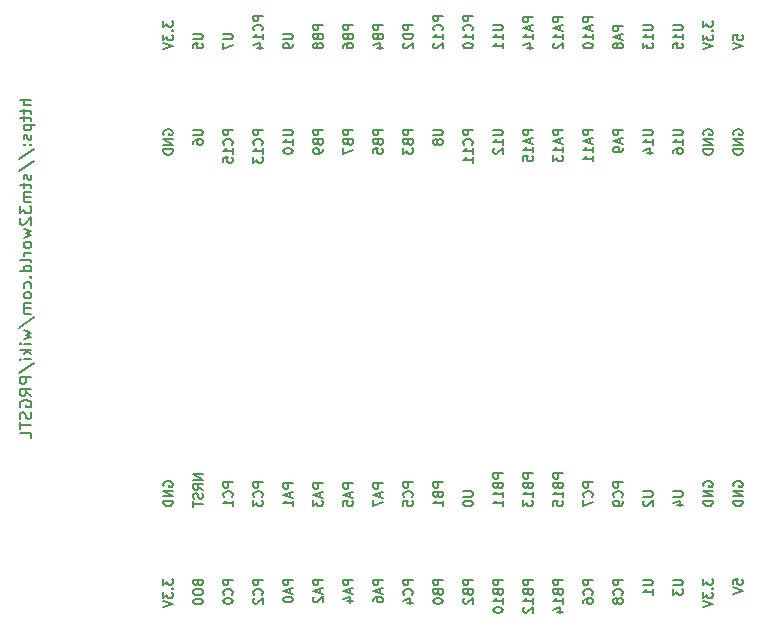
<source format=gbr>
G04 #@! TF.GenerationSoftware,KiCad,Pcbnew,5.1.9+dfsg1-1*
G04 #@! TF.CreationDate,2021-07-30T10:03:12+08:00*
G04 #@! TF.ProjectId,prgstl,70726773-746c-42e6-9b69-6361645f7063,a*
G04 #@! TF.SameCoordinates,Original*
G04 #@! TF.FileFunction,Legend,Bot*
G04 #@! TF.FilePolarity,Positive*
%FSLAX46Y46*%
G04 Gerber Fmt 4.6, Leading zero omitted, Abs format (unit mm)*
G04 Created by KiCad (PCBNEW 5.1.9+dfsg1-1) date 2021-07-30 10:03:12*
%MOMM*%
%LPD*%
G01*
G04 APERTURE LIST*
%ADD10C,0.150000*%
G04 APERTURE END LIST*
G04 #@! TO.C,J2*
D10*
X176091904Y-124493928D02*
X176091904Y-124112976D01*
X176472857Y-124074880D01*
X176434761Y-124112976D01*
X176396666Y-124189166D01*
X176396666Y-124379642D01*
X176434761Y-124455833D01*
X176472857Y-124493928D01*
X176549047Y-124532023D01*
X176739523Y-124532023D01*
X176815714Y-124493928D01*
X176853809Y-124455833D01*
X176891904Y-124379642D01*
X176891904Y-124189166D01*
X176853809Y-124112976D01*
X176815714Y-124074880D01*
X176091904Y-124760595D02*
X176891904Y-125027261D01*
X176091904Y-125293928D01*
X173551904Y-124036785D02*
X173551904Y-124532023D01*
X173856666Y-124265357D01*
X173856666Y-124379642D01*
X173894761Y-124455833D01*
X173932857Y-124493928D01*
X174009047Y-124532023D01*
X174199523Y-124532023D01*
X174275714Y-124493928D01*
X174313809Y-124455833D01*
X174351904Y-124379642D01*
X174351904Y-124151071D01*
X174313809Y-124074880D01*
X174275714Y-124036785D01*
X174275714Y-124874880D02*
X174313809Y-124912976D01*
X174351904Y-124874880D01*
X174313809Y-124836785D01*
X174275714Y-124874880D01*
X174351904Y-124874880D01*
X173551904Y-125179642D02*
X173551904Y-125674880D01*
X173856666Y-125408214D01*
X173856666Y-125522500D01*
X173894761Y-125598690D01*
X173932857Y-125636785D01*
X174009047Y-125674880D01*
X174199523Y-125674880D01*
X174275714Y-125636785D01*
X174313809Y-125598690D01*
X174351904Y-125522500D01*
X174351904Y-125293928D01*
X174313809Y-125217738D01*
X174275714Y-125179642D01*
X173551904Y-125903452D02*
X174351904Y-126170119D01*
X173551904Y-126436785D01*
X171011904Y-124112976D02*
X171659523Y-124112976D01*
X171735714Y-124151071D01*
X171773809Y-124189166D01*
X171811904Y-124265357D01*
X171811904Y-124417738D01*
X171773809Y-124493928D01*
X171735714Y-124532023D01*
X171659523Y-124570119D01*
X171011904Y-124570119D01*
X171011904Y-124874880D02*
X171011904Y-125370119D01*
X171316666Y-125103452D01*
X171316666Y-125217738D01*
X171354761Y-125293928D01*
X171392857Y-125332023D01*
X171469047Y-125370119D01*
X171659523Y-125370119D01*
X171735714Y-125332023D01*
X171773809Y-125293928D01*
X171811904Y-125217738D01*
X171811904Y-124989166D01*
X171773809Y-124912976D01*
X171735714Y-124874880D01*
X168471904Y-124112976D02*
X169119523Y-124112976D01*
X169195714Y-124151071D01*
X169233809Y-124189166D01*
X169271904Y-124265357D01*
X169271904Y-124417738D01*
X169233809Y-124493928D01*
X169195714Y-124532023D01*
X169119523Y-124570119D01*
X168471904Y-124570119D01*
X169271904Y-125370119D02*
X169271904Y-124912976D01*
X169271904Y-125141547D02*
X168471904Y-125141547D01*
X168586190Y-125065357D01*
X168662380Y-124989166D01*
X168700476Y-124912976D01*
X166731904Y-124112976D02*
X165931904Y-124112976D01*
X165931904Y-124417738D01*
X165970000Y-124493928D01*
X166008095Y-124532023D01*
X166084285Y-124570119D01*
X166198571Y-124570119D01*
X166274761Y-124532023D01*
X166312857Y-124493928D01*
X166350952Y-124417738D01*
X166350952Y-124112976D01*
X166655714Y-125370119D02*
X166693809Y-125332023D01*
X166731904Y-125217738D01*
X166731904Y-125141547D01*
X166693809Y-125027261D01*
X166617619Y-124951071D01*
X166541428Y-124912976D01*
X166389047Y-124874880D01*
X166274761Y-124874880D01*
X166122380Y-124912976D01*
X166046190Y-124951071D01*
X165970000Y-125027261D01*
X165931904Y-125141547D01*
X165931904Y-125217738D01*
X165970000Y-125332023D01*
X166008095Y-125370119D01*
X166274761Y-125827261D02*
X166236666Y-125751071D01*
X166198571Y-125712976D01*
X166122380Y-125674880D01*
X166084285Y-125674880D01*
X166008095Y-125712976D01*
X165970000Y-125751071D01*
X165931904Y-125827261D01*
X165931904Y-125979642D01*
X165970000Y-126055833D01*
X166008095Y-126093928D01*
X166084285Y-126132023D01*
X166122380Y-126132023D01*
X166198571Y-126093928D01*
X166236666Y-126055833D01*
X166274761Y-125979642D01*
X166274761Y-125827261D01*
X166312857Y-125751071D01*
X166350952Y-125712976D01*
X166427142Y-125674880D01*
X166579523Y-125674880D01*
X166655714Y-125712976D01*
X166693809Y-125751071D01*
X166731904Y-125827261D01*
X166731904Y-125979642D01*
X166693809Y-126055833D01*
X166655714Y-126093928D01*
X166579523Y-126132023D01*
X166427142Y-126132023D01*
X166350952Y-126093928D01*
X166312857Y-126055833D01*
X166274761Y-125979642D01*
X164191904Y-124112976D02*
X163391904Y-124112976D01*
X163391904Y-124417738D01*
X163430000Y-124493928D01*
X163468095Y-124532023D01*
X163544285Y-124570119D01*
X163658571Y-124570119D01*
X163734761Y-124532023D01*
X163772857Y-124493928D01*
X163810952Y-124417738D01*
X163810952Y-124112976D01*
X164115714Y-125370119D02*
X164153809Y-125332023D01*
X164191904Y-125217738D01*
X164191904Y-125141547D01*
X164153809Y-125027261D01*
X164077619Y-124951071D01*
X164001428Y-124912976D01*
X163849047Y-124874880D01*
X163734761Y-124874880D01*
X163582380Y-124912976D01*
X163506190Y-124951071D01*
X163430000Y-125027261D01*
X163391904Y-125141547D01*
X163391904Y-125217738D01*
X163430000Y-125332023D01*
X163468095Y-125370119D01*
X163391904Y-126055833D02*
X163391904Y-125903452D01*
X163430000Y-125827261D01*
X163468095Y-125789166D01*
X163582380Y-125712976D01*
X163734761Y-125674880D01*
X164039523Y-125674880D01*
X164115714Y-125712976D01*
X164153809Y-125751071D01*
X164191904Y-125827261D01*
X164191904Y-125979642D01*
X164153809Y-126055833D01*
X164115714Y-126093928D01*
X164039523Y-126132023D01*
X163849047Y-126132023D01*
X163772857Y-126093928D01*
X163734761Y-126055833D01*
X163696666Y-125979642D01*
X163696666Y-125827261D01*
X163734761Y-125751071D01*
X163772857Y-125712976D01*
X163849047Y-125674880D01*
X161651904Y-124112976D02*
X160851904Y-124112976D01*
X160851904Y-124417738D01*
X160890000Y-124493928D01*
X160928095Y-124532023D01*
X161004285Y-124570119D01*
X161118571Y-124570119D01*
X161194761Y-124532023D01*
X161232857Y-124493928D01*
X161270952Y-124417738D01*
X161270952Y-124112976D01*
X161232857Y-125179642D02*
X161270952Y-125293928D01*
X161309047Y-125332023D01*
X161385238Y-125370119D01*
X161499523Y-125370119D01*
X161575714Y-125332023D01*
X161613809Y-125293928D01*
X161651904Y-125217738D01*
X161651904Y-124912976D01*
X160851904Y-124912976D01*
X160851904Y-125179642D01*
X160890000Y-125255833D01*
X160928095Y-125293928D01*
X161004285Y-125332023D01*
X161080476Y-125332023D01*
X161156666Y-125293928D01*
X161194761Y-125255833D01*
X161232857Y-125179642D01*
X161232857Y-124912976D01*
X161651904Y-126132023D02*
X161651904Y-125674880D01*
X161651904Y-125903452D02*
X160851904Y-125903452D01*
X160966190Y-125827261D01*
X161042380Y-125751071D01*
X161080476Y-125674880D01*
X161118571Y-126817738D02*
X161651904Y-126817738D01*
X160813809Y-126627261D02*
X161385238Y-126436785D01*
X161385238Y-126932023D01*
X159111904Y-124112976D02*
X158311904Y-124112976D01*
X158311904Y-124417738D01*
X158350000Y-124493928D01*
X158388095Y-124532023D01*
X158464285Y-124570119D01*
X158578571Y-124570119D01*
X158654761Y-124532023D01*
X158692857Y-124493928D01*
X158730952Y-124417738D01*
X158730952Y-124112976D01*
X158692857Y-125179642D02*
X158730952Y-125293928D01*
X158769047Y-125332023D01*
X158845238Y-125370119D01*
X158959523Y-125370119D01*
X159035714Y-125332023D01*
X159073809Y-125293928D01*
X159111904Y-125217738D01*
X159111904Y-124912976D01*
X158311904Y-124912976D01*
X158311904Y-125179642D01*
X158350000Y-125255833D01*
X158388095Y-125293928D01*
X158464285Y-125332023D01*
X158540476Y-125332023D01*
X158616666Y-125293928D01*
X158654761Y-125255833D01*
X158692857Y-125179642D01*
X158692857Y-124912976D01*
X159111904Y-126132023D02*
X159111904Y-125674880D01*
X159111904Y-125903452D02*
X158311904Y-125903452D01*
X158426190Y-125827261D01*
X158502380Y-125751071D01*
X158540476Y-125674880D01*
X158388095Y-126436785D02*
X158350000Y-126474880D01*
X158311904Y-126551071D01*
X158311904Y-126741547D01*
X158350000Y-126817738D01*
X158388095Y-126855833D01*
X158464285Y-126893928D01*
X158540476Y-126893928D01*
X158654761Y-126855833D01*
X159111904Y-126398690D01*
X159111904Y-126893928D01*
X156571904Y-124112976D02*
X155771904Y-124112976D01*
X155771904Y-124417738D01*
X155810000Y-124493928D01*
X155848095Y-124532023D01*
X155924285Y-124570119D01*
X156038571Y-124570119D01*
X156114761Y-124532023D01*
X156152857Y-124493928D01*
X156190952Y-124417738D01*
X156190952Y-124112976D01*
X156152857Y-125179642D02*
X156190952Y-125293928D01*
X156229047Y-125332023D01*
X156305238Y-125370119D01*
X156419523Y-125370119D01*
X156495714Y-125332023D01*
X156533809Y-125293928D01*
X156571904Y-125217738D01*
X156571904Y-124912976D01*
X155771904Y-124912976D01*
X155771904Y-125179642D01*
X155810000Y-125255833D01*
X155848095Y-125293928D01*
X155924285Y-125332023D01*
X156000476Y-125332023D01*
X156076666Y-125293928D01*
X156114761Y-125255833D01*
X156152857Y-125179642D01*
X156152857Y-124912976D01*
X156571904Y-126132023D02*
X156571904Y-125674880D01*
X156571904Y-125903452D02*
X155771904Y-125903452D01*
X155886190Y-125827261D01*
X155962380Y-125751071D01*
X156000476Y-125674880D01*
X155771904Y-126627261D02*
X155771904Y-126703452D01*
X155810000Y-126779642D01*
X155848095Y-126817738D01*
X155924285Y-126855833D01*
X156076666Y-126893928D01*
X156267142Y-126893928D01*
X156419523Y-126855833D01*
X156495714Y-126817738D01*
X156533809Y-126779642D01*
X156571904Y-126703452D01*
X156571904Y-126627261D01*
X156533809Y-126551071D01*
X156495714Y-126512976D01*
X156419523Y-126474880D01*
X156267142Y-126436785D01*
X156076666Y-126436785D01*
X155924285Y-126474880D01*
X155848095Y-126512976D01*
X155810000Y-126551071D01*
X155771904Y-126627261D01*
X154031904Y-124112976D02*
X153231904Y-124112976D01*
X153231904Y-124417738D01*
X153270000Y-124493928D01*
X153308095Y-124532023D01*
X153384285Y-124570119D01*
X153498571Y-124570119D01*
X153574761Y-124532023D01*
X153612857Y-124493928D01*
X153650952Y-124417738D01*
X153650952Y-124112976D01*
X153612857Y-125179642D02*
X153650952Y-125293928D01*
X153689047Y-125332023D01*
X153765238Y-125370119D01*
X153879523Y-125370119D01*
X153955714Y-125332023D01*
X153993809Y-125293928D01*
X154031904Y-125217738D01*
X154031904Y-124912976D01*
X153231904Y-124912976D01*
X153231904Y-125179642D01*
X153270000Y-125255833D01*
X153308095Y-125293928D01*
X153384285Y-125332023D01*
X153460476Y-125332023D01*
X153536666Y-125293928D01*
X153574761Y-125255833D01*
X153612857Y-125179642D01*
X153612857Y-124912976D01*
X153308095Y-125674880D02*
X153270000Y-125712976D01*
X153231904Y-125789166D01*
X153231904Y-125979642D01*
X153270000Y-126055833D01*
X153308095Y-126093928D01*
X153384285Y-126132023D01*
X153460476Y-126132023D01*
X153574761Y-126093928D01*
X154031904Y-125636785D01*
X154031904Y-126132023D01*
X151491904Y-124112976D02*
X150691904Y-124112976D01*
X150691904Y-124417738D01*
X150730000Y-124493928D01*
X150768095Y-124532023D01*
X150844285Y-124570119D01*
X150958571Y-124570119D01*
X151034761Y-124532023D01*
X151072857Y-124493928D01*
X151110952Y-124417738D01*
X151110952Y-124112976D01*
X151072857Y-125179642D02*
X151110952Y-125293928D01*
X151149047Y-125332023D01*
X151225238Y-125370119D01*
X151339523Y-125370119D01*
X151415714Y-125332023D01*
X151453809Y-125293928D01*
X151491904Y-125217738D01*
X151491904Y-124912976D01*
X150691904Y-124912976D01*
X150691904Y-125179642D01*
X150730000Y-125255833D01*
X150768095Y-125293928D01*
X150844285Y-125332023D01*
X150920476Y-125332023D01*
X150996666Y-125293928D01*
X151034761Y-125255833D01*
X151072857Y-125179642D01*
X151072857Y-124912976D01*
X150691904Y-125865357D02*
X150691904Y-125941547D01*
X150730000Y-126017738D01*
X150768095Y-126055833D01*
X150844285Y-126093928D01*
X150996666Y-126132023D01*
X151187142Y-126132023D01*
X151339523Y-126093928D01*
X151415714Y-126055833D01*
X151453809Y-126017738D01*
X151491904Y-125941547D01*
X151491904Y-125865357D01*
X151453809Y-125789166D01*
X151415714Y-125751071D01*
X151339523Y-125712976D01*
X151187142Y-125674880D01*
X150996666Y-125674880D01*
X150844285Y-125712976D01*
X150768095Y-125751071D01*
X150730000Y-125789166D01*
X150691904Y-125865357D01*
X148951904Y-124112976D02*
X148151904Y-124112976D01*
X148151904Y-124417738D01*
X148190000Y-124493928D01*
X148228095Y-124532023D01*
X148304285Y-124570119D01*
X148418571Y-124570119D01*
X148494761Y-124532023D01*
X148532857Y-124493928D01*
X148570952Y-124417738D01*
X148570952Y-124112976D01*
X148875714Y-125370119D02*
X148913809Y-125332023D01*
X148951904Y-125217738D01*
X148951904Y-125141547D01*
X148913809Y-125027261D01*
X148837619Y-124951071D01*
X148761428Y-124912976D01*
X148609047Y-124874880D01*
X148494761Y-124874880D01*
X148342380Y-124912976D01*
X148266190Y-124951071D01*
X148190000Y-125027261D01*
X148151904Y-125141547D01*
X148151904Y-125217738D01*
X148190000Y-125332023D01*
X148228095Y-125370119D01*
X148418571Y-126055833D02*
X148951904Y-126055833D01*
X148113809Y-125865357D02*
X148685238Y-125674880D01*
X148685238Y-126170119D01*
X146411904Y-124112976D02*
X145611904Y-124112976D01*
X145611904Y-124417738D01*
X145650000Y-124493928D01*
X145688095Y-124532023D01*
X145764285Y-124570119D01*
X145878571Y-124570119D01*
X145954761Y-124532023D01*
X145992857Y-124493928D01*
X146030952Y-124417738D01*
X146030952Y-124112976D01*
X146183333Y-124874880D02*
X146183333Y-125255833D01*
X146411904Y-124798690D02*
X145611904Y-125065357D01*
X146411904Y-125332023D01*
X145611904Y-125941547D02*
X145611904Y-125789166D01*
X145650000Y-125712976D01*
X145688095Y-125674880D01*
X145802380Y-125598690D01*
X145954761Y-125560595D01*
X146259523Y-125560595D01*
X146335714Y-125598690D01*
X146373809Y-125636785D01*
X146411904Y-125712976D01*
X146411904Y-125865357D01*
X146373809Y-125941547D01*
X146335714Y-125979642D01*
X146259523Y-126017738D01*
X146069047Y-126017738D01*
X145992857Y-125979642D01*
X145954761Y-125941547D01*
X145916666Y-125865357D01*
X145916666Y-125712976D01*
X145954761Y-125636785D01*
X145992857Y-125598690D01*
X146069047Y-125560595D01*
X143871904Y-124112976D02*
X143071904Y-124112976D01*
X143071904Y-124417738D01*
X143110000Y-124493928D01*
X143148095Y-124532023D01*
X143224285Y-124570119D01*
X143338571Y-124570119D01*
X143414761Y-124532023D01*
X143452857Y-124493928D01*
X143490952Y-124417738D01*
X143490952Y-124112976D01*
X143643333Y-124874880D02*
X143643333Y-125255833D01*
X143871904Y-124798690D02*
X143071904Y-125065357D01*
X143871904Y-125332023D01*
X143338571Y-125941547D02*
X143871904Y-125941547D01*
X143033809Y-125751071D02*
X143605238Y-125560595D01*
X143605238Y-126055833D01*
X141331904Y-124112976D02*
X140531904Y-124112976D01*
X140531904Y-124417738D01*
X140570000Y-124493928D01*
X140608095Y-124532023D01*
X140684285Y-124570119D01*
X140798571Y-124570119D01*
X140874761Y-124532023D01*
X140912857Y-124493928D01*
X140950952Y-124417738D01*
X140950952Y-124112976D01*
X141103333Y-124874880D02*
X141103333Y-125255833D01*
X141331904Y-124798690D02*
X140531904Y-125065357D01*
X141331904Y-125332023D01*
X140608095Y-125560595D02*
X140570000Y-125598690D01*
X140531904Y-125674880D01*
X140531904Y-125865357D01*
X140570000Y-125941547D01*
X140608095Y-125979642D01*
X140684285Y-126017738D01*
X140760476Y-126017738D01*
X140874761Y-125979642D01*
X141331904Y-125522500D01*
X141331904Y-126017738D01*
X138791904Y-124112976D02*
X137991904Y-124112976D01*
X137991904Y-124417738D01*
X138030000Y-124493928D01*
X138068095Y-124532023D01*
X138144285Y-124570119D01*
X138258571Y-124570119D01*
X138334761Y-124532023D01*
X138372857Y-124493928D01*
X138410952Y-124417738D01*
X138410952Y-124112976D01*
X138563333Y-124874880D02*
X138563333Y-125255833D01*
X138791904Y-124798690D02*
X137991904Y-125065357D01*
X138791904Y-125332023D01*
X137991904Y-125751071D02*
X137991904Y-125827261D01*
X138030000Y-125903452D01*
X138068095Y-125941547D01*
X138144285Y-125979642D01*
X138296666Y-126017738D01*
X138487142Y-126017738D01*
X138639523Y-125979642D01*
X138715714Y-125941547D01*
X138753809Y-125903452D01*
X138791904Y-125827261D01*
X138791904Y-125751071D01*
X138753809Y-125674880D01*
X138715714Y-125636785D01*
X138639523Y-125598690D01*
X138487142Y-125560595D01*
X138296666Y-125560595D01*
X138144285Y-125598690D01*
X138068095Y-125636785D01*
X138030000Y-125674880D01*
X137991904Y-125751071D01*
X136251904Y-124112976D02*
X135451904Y-124112976D01*
X135451904Y-124417738D01*
X135490000Y-124493928D01*
X135528095Y-124532023D01*
X135604285Y-124570119D01*
X135718571Y-124570119D01*
X135794761Y-124532023D01*
X135832857Y-124493928D01*
X135870952Y-124417738D01*
X135870952Y-124112976D01*
X136175714Y-125370119D02*
X136213809Y-125332023D01*
X136251904Y-125217738D01*
X136251904Y-125141547D01*
X136213809Y-125027261D01*
X136137619Y-124951071D01*
X136061428Y-124912976D01*
X135909047Y-124874880D01*
X135794761Y-124874880D01*
X135642380Y-124912976D01*
X135566190Y-124951071D01*
X135490000Y-125027261D01*
X135451904Y-125141547D01*
X135451904Y-125217738D01*
X135490000Y-125332023D01*
X135528095Y-125370119D01*
X135528095Y-125674880D02*
X135490000Y-125712976D01*
X135451904Y-125789166D01*
X135451904Y-125979642D01*
X135490000Y-126055833D01*
X135528095Y-126093928D01*
X135604285Y-126132023D01*
X135680476Y-126132023D01*
X135794761Y-126093928D01*
X136251904Y-125636785D01*
X136251904Y-126132023D01*
X133711904Y-124112976D02*
X132911904Y-124112976D01*
X132911904Y-124417738D01*
X132950000Y-124493928D01*
X132988095Y-124532023D01*
X133064285Y-124570119D01*
X133178571Y-124570119D01*
X133254761Y-124532023D01*
X133292857Y-124493928D01*
X133330952Y-124417738D01*
X133330952Y-124112976D01*
X133635714Y-125370119D02*
X133673809Y-125332023D01*
X133711904Y-125217738D01*
X133711904Y-125141547D01*
X133673809Y-125027261D01*
X133597619Y-124951071D01*
X133521428Y-124912976D01*
X133369047Y-124874880D01*
X133254761Y-124874880D01*
X133102380Y-124912976D01*
X133026190Y-124951071D01*
X132950000Y-125027261D01*
X132911904Y-125141547D01*
X132911904Y-125217738D01*
X132950000Y-125332023D01*
X132988095Y-125370119D01*
X132911904Y-125865357D02*
X132911904Y-125941547D01*
X132950000Y-126017738D01*
X132988095Y-126055833D01*
X133064285Y-126093928D01*
X133216666Y-126132023D01*
X133407142Y-126132023D01*
X133559523Y-126093928D01*
X133635714Y-126055833D01*
X133673809Y-126017738D01*
X133711904Y-125941547D01*
X133711904Y-125865357D01*
X133673809Y-125789166D01*
X133635714Y-125751071D01*
X133559523Y-125712976D01*
X133407142Y-125674880D01*
X133216666Y-125674880D01*
X133064285Y-125712976D01*
X132988095Y-125751071D01*
X132950000Y-125789166D01*
X132911904Y-125865357D01*
X130752857Y-124379642D02*
X130790952Y-124493928D01*
X130829047Y-124532023D01*
X130905238Y-124570119D01*
X131019523Y-124570119D01*
X131095714Y-124532023D01*
X131133809Y-124493928D01*
X131171904Y-124417738D01*
X131171904Y-124112976D01*
X130371904Y-124112976D01*
X130371904Y-124379642D01*
X130410000Y-124455833D01*
X130448095Y-124493928D01*
X130524285Y-124532023D01*
X130600476Y-124532023D01*
X130676666Y-124493928D01*
X130714761Y-124455833D01*
X130752857Y-124379642D01*
X130752857Y-124112976D01*
X130371904Y-125065357D02*
X130371904Y-125217738D01*
X130410000Y-125293928D01*
X130486190Y-125370119D01*
X130638571Y-125408214D01*
X130905238Y-125408214D01*
X131057619Y-125370119D01*
X131133809Y-125293928D01*
X131171904Y-125217738D01*
X131171904Y-125065357D01*
X131133809Y-124989166D01*
X131057619Y-124912976D01*
X130905238Y-124874880D01*
X130638571Y-124874880D01*
X130486190Y-124912976D01*
X130410000Y-124989166D01*
X130371904Y-125065357D01*
X130371904Y-125903452D02*
X130371904Y-125979642D01*
X130410000Y-126055833D01*
X130448095Y-126093928D01*
X130524285Y-126132023D01*
X130676666Y-126170119D01*
X130867142Y-126170119D01*
X131019523Y-126132023D01*
X131095714Y-126093928D01*
X131133809Y-126055833D01*
X131171904Y-125979642D01*
X131171904Y-125903452D01*
X131133809Y-125827261D01*
X131095714Y-125789166D01*
X131019523Y-125751071D01*
X130867142Y-125712976D01*
X130676666Y-125712976D01*
X130524285Y-125751071D01*
X130448095Y-125789166D01*
X130410000Y-125827261D01*
X130371904Y-125903452D01*
X127831904Y-124036785D02*
X127831904Y-124532023D01*
X128136666Y-124265357D01*
X128136666Y-124379642D01*
X128174761Y-124455833D01*
X128212857Y-124493928D01*
X128289047Y-124532023D01*
X128479523Y-124532023D01*
X128555714Y-124493928D01*
X128593809Y-124455833D01*
X128631904Y-124379642D01*
X128631904Y-124151071D01*
X128593809Y-124074880D01*
X128555714Y-124036785D01*
X128555714Y-124874880D02*
X128593809Y-124912976D01*
X128631904Y-124874880D01*
X128593809Y-124836785D01*
X128555714Y-124874880D01*
X128631904Y-124874880D01*
X127831904Y-125179642D02*
X127831904Y-125674880D01*
X128136666Y-125408214D01*
X128136666Y-125522500D01*
X128174761Y-125598690D01*
X128212857Y-125636785D01*
X128289047Y-125674880D01*
X128479523Y-125674880D01*
X128555714Y-125636785D01*
X128593809Y-125598690D01*
X128631904Y-125522500D01*
X128631904Y-125293928D01*
X128593809Y-125217738D01*
X128555714Y-125179642D01*
X127831904Y-125903452D02*
X128631904Y-126170119D01*
X127831904Y-126436785D01*
X176130000Y-116183928D02*
X176091904Y-116107738D01*
X176091904Y-115993452D01*
X176130000Y-115879166D01*
X176206190Y-115802976D01*
X176282380Y-115764880D01*
X176434761Y-115726785D01*
X176549047Y-115726785D01*
X176701428Y-115764880D01*
X176777619Y-115802976D01*
X176853809Y-115879166D01*
X176891904Y-115993452D01*
X176891904Y-116069642D01*
X176853809Y-116183928D01*
X176815714Y-116222023D01*
X176549047Y-116222023D01*
X176549047Y-116069642D01*
X176891904Y-116564880D02*
X176091904Y-116564880D01*
X176891904Y-117022023D01*
X176091904Y-117022023D01*
X176891904Y-117402976D02*
X176091904Y-117402976D01*
X176091904Y-117593452D01*
X176130000Y-117707738D01*
X176206190Y-117783928D01*
X176282380Y-117822023D01*
X176434761Y-117860119D01*
X176549047Y-117860119D01*
X176701428Y-117822023D01*
X176777619Y-117783928D01*
X176853809Y-117707738D01*
X176891904Y-117593452D01*
X176891904Y-117402976D01*
X173590000Y-116183928D02*
X173551904Y-116107738D01*
X173551904Y-115993452D01*
X173590000Y-115879166D01*
X173666190Y-115802976D01*
X173742380Y-115764880D01*
X173894761Y-115726785D01*
X174009047Y-115726785D01*
X174161428Y-115764880D01*
X174237619Y-115802976D01*
X174313809Y-115879166D01*
X174351904Y-115993452D01*
X174351904Y-116069642D01*
X174313809Y-116183928D01*
X174275714Y-116222023D01*
X174009047Y-116222023D01*
X174009047Y-116069642D01*
X174351904Y-116564880D02*
X173551904Y-116564880D01*
X174351904Y-117022023D01*
X173551904Y-117022023D01*
X174351904Y-117402976D02*
X173551904Y-117402976D01*
X173551904Y-117593452D01*
X173590000Y-117707738D01*
X173666190Y-117783928D01*
X173742380Y-117822023D01*
X173894761Y-117860119D01*
X174009047Y-117860119D01*
X174161428Y-117822023D01*
X174237619Y-117783928D01*
X174313809Y-117707738D01*
X174351904Y-117593452D01*
X174351904Y-117402976D01*
X171011904Y-116602976D02*
X171659523Y-116602976D01*
X171735714Y-116641071D01*
X171773809Y-116679166D01*
X171811904Y-116755357D01*
X171811904Y-116907738D01*
X171773809Y-116983928D01*
X171735714Y-117022023D01*
X171659523Y-117060119D01*
X171011904Y-117060119D01*
X171278571Y-117783928D02*
X171811904Y-117783928D01*
X170973809Y-117593452D02*
X171545238Y-117402976D01*
X171545238Y-117898214D01*
X168471904Y-116602976D02*
X169119523Y-116602976D01*
X169195714Y-116641071D01*
X169233809Y-116679166D01*
X169271904Y-116755357D01*
X169271904Y-116907738D01*
X169233809Y-116983928D01*
X169195714Y-117022023D01*
X169119523Y-117060119D01*
X168471904Y-117060119D01*
X168548095Y-117402976D02*
X168510000Y-117441071D01*
X168471904Y-117517261D01*
X168471904Y-117707738D01*
X168510000Y-117783928D01*
X168548095Y-117822023D01*
X168624285Y-117860119D01*
X168700476Y-117860119D01*
X168814761Y-117822023D01*
X169271904Y-117364880D01*
X169271904Y-117860119D01*
X166731904Y-115841071D02*
X165931904Y-115841071D01*
X165931904Y-116145833D01*
X165970000Y-116222023D01*
X166008095Y-116260119D01*
X166084285Y-116298214D01*
X166198571Y-116298214D01*
X166274761Y-116260119D01*
X166312857Y-116222023D01*
X166350952Y-116145833D01*
X166350952Y-115841071D01*
X166655714Y-117098214D02*
X166693809Y-117060119D01*
X166731904Y-116945833D01*
X166731904Y-116869642D01*
X166693809Y-116755357D01*
X166617619Y-116679166D01*
X166541428Y-116641071D01*
X166389047Y-116602976D01*
X166274761Y-116602976D01*
X166122380Y-116641071D01*
X166046190Y-116679166D01*
X165970000Y-116755357D01*
X165931904Y-116869642D01*
X165931904Y-116945833D01*
X165970000Y-117060119D01*
X166008095Y-117098214D01*
X166731904Y-117479166D02*
X166731904Y-117631547D01*
X166693809Y-117707738D01*
X166655714Y-117745833D01*
X166541428Y-117822023D01*
X166389047Y-117860119D01*
X166084285Y-117860119D01*
X166008095Y-117822023D01*
X165970000Y-117783928D01*
X165931904Y-117707738D01*
X165931904Y-117555357D01*
X165970000Y-117479166D01*
X166008095Y-117441071D01*
X166084285Y-117402976D01*
X166274761Y-117402976D01*
X166350952Y-117441071D01*
X166389047Y-117479166D01*
X166427142Y-117555357D01*
X166427142Y-117707738D01*
X166389047Y-117783928D01*
X166350952Y-117822023D01*
X166274761Y-117860119D01*
X164191904Y-115841071D02*
X163391904Y-115841071D01*
X163391904Y-116145833D01*
X163430000Y-116222023D01*
X163468095Y-116260119D01*
X163544285Y-116298214D01*
X163658571Y-116298214D01*
X163734761Y-116260119D01*
X163772857Y-116222023D01*
X163810952Y-116145833D01*
X163810952Y-115841071D01*
X164115714Y-117098214D02*
X164153809Y-117060119D01*
X164191904Y-116945833D01*
X164191904Y-116869642D01*
X164153809Y-116755357D01*
X164077619Y-116679166D01*
X164001428Y-116641071D01*
X163849047Y-116602976D01*
X163734761Y-116602976D01*
X163582380Y-116641071D01*
X163506190Y-116679166D01*
X163430000Y-116755357D01*
X163391904Y-116869642D01*
X163391904Y-116945833D01*
X163430000Y-117060119D01*
X163468095Y-117098214D01*
X163391904Y-117364880D02*
X163391904Y-117898214D01*
X164191904Y-117555357D01*
X161651904Y-115079166D02*
X160851904Y-115079166D01*
X160851904Y-115383928D01*
X160890000Y-115460119D01*
X160928095Y-115498214D01*
X161004285Y-115536309D01*
X161118571Y-115536309D01*
X161194761Y-115498214D01*
X161232857Y-115460119D01*
X161270952Y-115383928D01*
X161270952Y-115079166D01*
X161232857Y-116145833D02*
X161270952Y-116260119D01*
X161309047Y-116298214D01*
X161385238Y-116336309D01*
X161499523Y-116336309D01*
X161575714Y-116298214D01*
X161613809Y-116260119D01*
X161651904Y-116183928D01*
X161651904Y-115879166D01*
X160851904Y-115879166D01*
X160851904Y-116145833D01*
X160890000Y-116222023D01*
X160928095Y-116260119D01*
X161004285Y-116298214D01*
X161080476Y-116298214D01*
X161156666Y-116260119D01*
X161194761Y-116222023D01*
X161232857Y-116145833D01*
X161232857Y-115879166D01*
X161651904Y-117098214D02*
X161651904Y-116641071D01*
X161651904Y-116869642D02*
X160851904Y-116869642D01*
X160966190Y-116793452D01*
X161042380Y-116717261D01*
X161080476Y-116641071D01*
X160851904Y-117822023D02*
X160851904Y-117441071D01*
X161232857Y-117402976D01*
X161194761Y-117441071D01*
X161156666Y-117517261D01*
X161156666Y-117707738D01*
X161194761Y-117783928D01*
X161232857Y-117822023D01*
X161309047Y-117860119D01*
X161499523Y-117860119D01*
X161575714Y-117822023D01*
X161613809Y-117783928D01*
X161651904Y-117707738D01*
X161651904Y-117517261D01*
X161613809Y-117441071D01*
X161575714Y-117402976D01*
X159111904Y-115079166D02*
X158311904Y-115079166D01*
X158311904Y-115383928D01*
X158350000Y-115460119D01*
X158388095Y-115498214D01*
X158464285Y-115536309D01*
X158578571Y-115536309D01*
X158654761Y-115498214D01*
X158692857Y-115460119D01*
X158730952Y-115383928D01*
X158730952Y-115079166D01*
X158692857Y-116145833D02*
X158730952Y-116260119D01*
X158769047Y-116298214D01*
X158845238Y-116336309D01*
X158959523Y-116336309D01*
X159035714Y-116298214D01*
X159073809Y-116260119D01*
X159111904Y-116183928D01*
X159111904Y-115879166D01*
X158311904Y-115879166D01*
X158311904Y-116145833D01*
X158350000Y-116222023D01*
X158388095Y-116260119D01*
X158464285Y-116298214D01*
X158540476Y-116298214D01*
X158616666Y-116260119D01*
X158654761Y-116222023D01*
X158692857Y-116145833D01*
X158692857Y-115879166D01*
X159111904Y-117098214D02*
X159111904Y-116641071D01*
X159111904Y-116869642D02*
X158311904Y-116869642D01*
X158426190Y-116793452D01*
X158502380Y-116717261D01*
X158540476Y-116641071D01*
X158311904Y-117364880D02*
X158311904Y-117860119D01*
X158616666Y-117593452D01*
X158616666Y-117707738D01*
X158654761Y-117783928D01*
X158692857Y-117822023D01*
X158769047Y-117860119D01*
X158959523Y-117860119D01*
X159035714Y-117822023D01*
X159073809Y-117783928D01*
X159111904Y-117707738D01*
X159111904Y-117479166D01*
X159073809Y-117402976D01*
X159035714Y-117364880D01*
X156571904Y-115079166D02*
X155771904Y-115079166D01*
X155771904Y-115383928D01*
X155810000Y-115460119D01*
X155848095Y-115498214D01*
X155924285Y-115536309D01*
X156038571Y-115536309D01*
X156114761Y-115498214D01*
X156152857Y-115460119D01*
X156190952Y-115383928D01*
X156190952Y-115079166D01*
X156152857Y-116145833D02*
X156190952Y-116260119D01*
X156229047Y-116298214D01*
X156305238Y-116336309D01*
X156419523Y-116336309D01*
X156495714Y-116298214D01*
X156533809Y-116260119D01*
X156571904Y-116183928D01*
X156571904Y-115879166D01*
X155771904Y-115879166D01*
X155771904Y-116145833D01*
X155810000Y-116222023D01*
X155848095Y-116260119D01*
X155924285Y-116298214D01*
X156000476Y-116298214D01*
X156076666Y-116260119D01*
X156114761Y-116222023D01*
X156152857Y-116145833D01*
X156152857Y-115879166D01*
X156571904Y-117098214D02*
X156571904Y-116641071D01*
X156571904Y-116869642D02*
X155771904Y-116869642D01*
X155886190Y-116793452D01*
X155962380Y-116717261D01*
X156000476Y-116641071D01*
X156571904Y-117860119D02*
X156571904Y-117402976D01*
X156571904Y-117631547D02*
X155771904Y-117631547D01*
X155886190Y-117555357D01*
X155962380Y-117479166D01*
X156000476Y-117402976D01*
X153231904Y-116602976D02*
X153879523Y-116602976D01*
X153955714Y-116641071D01*
X153993809Y-116679166D01*
X154031904Y-116755357D01*
X154031904Y-116907738D01*
X153993809Y-116983928D01*
X153955714Y-117022023D01*
X153879523Y-117060119D01*
X153231904Y-117060119D01*
X153231904Y-117593452D02*
X153231904Y-117669642D01*
X153270000Y-117745833D01*
X153308095Y-117783928D01*
X153384285Y-117822023D01*
X153536666Y-117860119D01*
X153727142Y-117860119D01*
X153879523Y-117822023D01*
X153955714Y-117783928D01*
X153993809Y-117745833D01*
X154031904Y-117669642D01*
X154031904Y-117593452D01*
X153993809Y-117517261D01*
X153955714Y-117479166D01*
X153879523Y-117441071D01*
X153727142Y-117402976D01*
X153536666Y-117402976D01*
X153384285Y-117441071D01*
X153308095Y-117479166D01*
X153270000Y-117517261D01*
X153231904Y-117593452D01*
X151491904Y-115841071D02*
X150691904Y-115841071D01*
X150691904Y-116145833D01*
X150730000Y-116222023D01*
X150768095Y-116260119D01*
X150844285Y-116298214D01*
X150958571Y-116298214D01*
X151034761Y-116260119D01*
X151072857Y-116222023D01*
X151110952Y-116145833D01*
X151110952Y-115841071D01*
X151072857Y-116907738D02*
X151110952Y-117022023D01*
X151149047Y-117060119D01*
X151225238Y-117098214D01*
X151339523Y-117098214D01*
X151415714Y-117060119D01*
X151453809Y-117022023D01*
X151491904Y-116945833D01*
X151491904Y-116641071D01*
X150691904Y-116641071D01*
X150691904Y-116907738D01*
X150730000Y-116983928D01*
X150768095Y-117022023D01*
X150844285Y-117060119D01*
X150920476Y-117060119D01*
X150996666Y-117022023D01*
X151034761Y-116983928D01*
X151072857Y-116907738D01*
X151072857Y-116641071D01*
X151491904Y-117860119D02*
X151491904Y-117402976D01*
X151491904Y-117631547D02*
X150691904Y-117631547D01*
X150806190Y-117555357D01*
X150882380Y-117479166D01*
X150920476Y-117402976D01*
X148951904Y-115841071D02*
X148151904Y-115841071D01*
X148151904Y-116145833D01*
X148190000Y-116222023D01*
X148228095Y-116260119D01*
X148304285Y-116298214D01*
X148418571Y-116298214D01*
X148494761Y-116260119D01*
X148532857Y-116222023D01*
X148570952Y-116145833D01*
X148570952Y-115841071D01*
X148875714Y-117098214D02*
X148913809Y-117060119D01*
X148951904Y-116945833D01*
X148951904Y-116869642D01*
X148913809Y-116755357D01*
X148837619Y-116679166D01*
X148761428Y-116641071D01*
X148609047Y-116602976D01*
X148494761Y-116602976D01*
X148342380Y-116641071D01*
X148266190Y-116679166D01*
X148190000Y-116755357D01*
X148151904Y-116869642D01*
X148151904Y-116945833D01*
X148190000Y-117060119D01*
X148228095Y-117098214D01*
X148151904Y-117822023D02*
X148151904Y-117441071D01*
X148532857Y-117402976D01*
X148494761Y-117441071D01*
X148456666Y-117517261D01*
X148456666Y-117707738D01*
X148494761Y-117783928D01*
X148532857Y-117822023D01*
X148609047Y-117860119D01*
X148799523Y-117860119D01*
X148875714Y-117822023D01*
X148913809Y-117783928D01*
X148951904Y-117707738D01*
X148951904Y-117517261D01*
X148913809Y-117441071D01*
X148875714Y-117402976D01*
X146411904Y-115955357D02*
X145611904Y-115955357D01*
X145611904Y-116260119D01*
X145650000Y-116336309D01*
X145688095Y-116374404D01*
X145764285Y-116412500D01*
X145878571Y-116412500D01*
X145954761Y-116374404D01*
X145992857Y-116336309D01*
X146030952Y-116260119D01*
X146030952Y-115955357D01*
X146183333Y-116717261D02*
X146183333Y-117098214D01*
X146411904Y-116641071D02*
X145611904Y-116907738D01*
X146411904Y-117174404D01*
X145611904Y-117364880D02*
X145611904Y-117898214D01*
X146411904Y-117555357D01*
X143871904Y-115955357D02*
X143071904Y-115955357D01*
X143071904Y-116260119D01*
X143110000Y-116336309D01*
X143148095Y-116374404D01*
X143224285Y-116412500D01*
X143338571Y-116412500D01*
X143414761Y-116374404D01*
X143452857Y-116336309D01*
X143490952Y-116260119D01*
X143490952Y-115955357D01*
X143643333Y-116717261D02*
X143643333Y-117098214D01*
X143871904Y-116641071D02*
X143071904Y-116907738D01*
X143871904Y-117174404D01*
X143071904Y-117822023D02*
X143071904Y-117441071D01*
X143452857Y-117402976D01*
X143414761Y-117441071D01*
X143376666Y-117517261D01*
X143376666Y-117707738D01*
X143414761Y-117783928D01*
X143452857Y-117822023D01*
X143529047Y-117860119D01*
X143719523Y-117860119D01*
X143795714Y-117822023D01*
X143833809Y-117783928D01*
X143871904Y-117707738D01*
X143871904Y-117517261D01*
X143833809Y-117441071D01*
X143795714Y-117402976D01*
X141331904Y-115955357D02*
X140531904Y-115955357D01*
X140531904Y-116260119D01*
X140570000Y-116336309D01*
X140608095Y-116374404D01*
X140684285Y-116412500D01*
X140798571Y-116412500D01*
X140874761Y-116374404D01*
X140912857Y-116336309D01*
X140950952Y-116260119D01*
X140950952Y-115955357D01*
X141103333Y-116717261D02*
X141103333Y-117098214D01*
X141331904Y-116641071D02*
X140531904Y-116907738D01*
X141331904Y-117174404D01*
X140531904Y-117364880D02*
X140531904Y-117860119D01*
X140836666Y-117593452D01*
X140836666Y-117707738D01*
X140874761Y-117783928D01*
X140912857Y-117822023D01*
X140989047Y-117860119D01*
X141179523Y-117860119D01*
X141255714Y-117822023D01*
X141293809Y-117783928D01*
X141331904Y-117707738D01*
X141331904Y-117479166D01*
X141293809Y-117402976D01*
X141255714Y-117364880D01*
X138791904Y-115955357D02*
X137991904Y-115955357D01*
X137991904Y-116260119D01*
X138030000Y-116336309D01*
X138068095Y-116374404D01*
X138144285Y-116412500D01*
X138258571Y-116412500D01*
X138334761Y-116374404D01*
X138372857Y-116336309D01*
X138410952Y-116260119D01*
X138410952Y-115955357D01*
X138563333Y-116717261D02*
X138563333Y-117098214D01*
X138791904Y-116641071D02*
X137991904Y-116907738D01*
X138791904Y-117174404D01*
X138791904Y-117860119D02*
X138791904Y-117402976D01*
X138791904Y-117631547D02*
X137991904Y-117631547D01*
X138106190Y-117555357D01*
X138182380Y-117479166D01*
X138220476Y-117402976D01*
X136251904Y-115841071D02*
X135451904Y-115841071D01*
X135451904Y-116145833D01*
X135490000Y-116222023D01*
X135528095Y-116260119D01*
X135604285Y-116298214D01*
X135718571Y-116298214D01*
X135794761Y-116260119D01*
X135832857Y-116222023D01*
X135870952Y-116145833D01*
X135870952Y-115841071D01*
X136175714Y-117098214D02*
X136213809Y-117060119D01*
X136251904Y-116945833D01*
X136251904Y-116869642D01*
X136213809Y-116755357D01*
X136137619Y-116679166D01*
X136061428Y-116641071D01*
X135909047Y-116602976D01*
X135794761Y-116602976D01*
X135642380Y-116641071D01*
X135566190Y-116679166D01*
X135490000Y-116755357D01*
X135451904Y-116869642D01*
X135451904Y-116945833D01*
X135490000Y-117060119D01*
X135528095Y-117098214D01*
X135451904Y-117364880D02*
X135451904Y-117860119D01*
X135756666Y-117593452D01*
X135756666Y-117707738D01*
X135794761Y-117783928D01*
X135832857Y-117822023D01*
X135909047Y-117860119D01*
X136099523Y-117860119D01*
X136175714Y-117822023D01*
X136213809Y-117783928D01*
X136251904Y-117707738D01*
X136251904Y-117479166D01*
X136213809Y-117402976D01*
X136175714Y-117364880D01*
X133711904Y-115841071D02*
X132911904Y-115841071D01*
X132911904Y-116145833D01*
X132950000Y-116222023D01*
X132988095Y-116260119D01*
X133064285Y-116298214D01*
X133178571Y-116298214D01*
X133254761Y-116260119D01*
X133292857Y-116222023D01*
X133330952Y-116145833D01*
X133330952Y-115841071D01*
X133635714Y-117098214D02*
X133673809Y-117060119D01*
X133711904Y-116945833D01*
X133711904Y-116869642D01*
X133673809Y-116755357D01*
X133597619Y-116679166D01*
X133521428Y-116641071D01*
X133369047Y-116602976D01*
X133254761Y-116602976D01*
X133102380Y-116641071D01*
X133026190Y-116679166D01*
X132950000Y-116755357D01*
X132911904Y-116869642D01*
X132911904Y-116945833D01*
X132950000Y-117060119D01*
X132988095Y-117098214D01*
X133711904Y-117860119D02*
X133711904Y-117402976D01*
X133711904Y-117631547D02*
X132911904Y-117631547D01*
X133026190Y-117555357D01*
X133102380Y-117479166D01*
X133140476Y-117402976D01*
X131171904Y-115193452D02*
X130371904Y-115193452D01*
X131171904Y-115650595D01*
X130371904Y-115650595D01*
X131171904Y-116488690D02*
X130790952Y-116222023D01*
X131171904Y-116031547D02*
X130371904Y-116031547D01*
X130371904Y-116336309D01*
X130410000Y-116412500D01*
X130448095Y-116450595D01*
X130524285Y-116488690D01*
X130638571Y-116488690D01*
X130714761Y-116450595D01*
X130752857Y-116412500D01*
X130790952Y-116336309D01*
X130790952Y-116031547D01*
X131133809Y-116793452D02*
X131171904Y-116907738D01*
X131171904Y-117098214D01*
X131133809Y-117174404D01*
X131095714Y-117212500D01*
X131019523Y-117250595D01*
X130943333Y-117250595D01*
X130867142Y-117212500D01*
X130829047Y-117174404D01*
X130790952Y-117098214D01*
X130752857Y-116945833D01*
X130714761Y-116869642D01*
X130676666Y-116831547D01*
X130600476Y-116793452D01*
X130524285Y-116793452D01*
X130448095Y-116831547D01*
X130410000Y-116869642D01*
X130371904Y-116945833D01*
X130371904Y-117136309D01*
X130410000Y-117250595D01*
X130371904Y-117479166D02*
X130371904Y-117936309D01*
X131171904Y-117707738D02*
X130371904Y-117707738D01*
X127870000Y-116183928D02*
X127831904Y-116107738D01*
X127831904Y-115993452D01*
X127870000Y-115879166D01*
X127946190Y-115802976D01*
X128022380Y-115764880D01*
X128174761Y-115726785D01*
X128289047Y-115726785D01*
X128441428Y-115764880D01*
X128517619Y-115802976D01*
X128593809Y-115879166D01*
X128631904Y-115993452D01*
X128631904Y-116069642D01*
X128593809Y-116183928D01*
X128555714Y-116222023D01*
X128289047Y-116222023D01*
X128289047Y-116069642D01*
X128631904Y-116564880D02*
X127831904Y-116564880D01*
X128631904Y-117022023D01*
X127831904Y-117022023D01*
X128631904Y-117402976D02*
X127831904Y-117402976D01*
X127831904Y-117593452D01*
X127870000Y-117707738D01*
X127946190Y-117783928D01*
X128022380Y-117822023D01*
X128174761Y-117860119D01*
X128289047Y-117860119D01*
X128441428Y-117822023D01*
X128517619Y-117783928D01*
X128593809Y-117707738D01*
X128631904Y-117593452D01*
X128631904Y-117402976D01*
X127831904Y-76801309D02*
X127831904Y-77296547D01*
X128136666Y-77029880D01*
X128136666Y-77144166D01*
X128174761Y-77220357D01*
X128212857Y-77258452D01*
X128289047Y-77296547D01*
X128479523Y-77296547D01*
X128555714Y-77258452D01*
X128593809Y-77220357D01*
X128631904Y-77144166D01*
X128631904Y-76915595D01*
X128593809Y-76839404D01*
X128555714Y-76801309D01*
X128555714Y-77639404D02*
X128593809Y-77677500D01*
X128631904Y-77639404D01*
X128593809Y-77601309D01*
X128555714Y-77639404D01*
X128631904Y-77639404D01*
X127831904Y-77944166D02*
X127831904Y-78439404D01*
X128136666Y-78172738D01*
X128136666Y-78287023D01*
X128174761Y-78363214D01*
X128212857Y-78401309D01*
X128289047Y-78439404D01*
X128479523Y-78439404D01*
X128555714Y-78401309D01*
X128593809Y-78363214D01*
X128631904Y-78287023D01*
X128631904Y-78058452D01*
X128593809Y-77982261D01*
X128555714Y-77944166D01*
X127831904Y-78667976D02*
X128631904Y-78934642D01*
X127831904Y-79201309D01*
X130371904Y-77867976D02*
X131019523Y-77867976D01*
X131095714Y-77906071D01*
X131133809Y-77944166D01*
X131171904Y-78020357D01*
X131171904Y-78172738D01*
X131133809Y-78248928D01*
X131095714Y-78287023D01*
X131019523Y-78325119D01*
X130371904Y-78325119D01*
X130371904Y-79087023D02*
X130371904Y-78706071D01*
X130752857Y-78667976D01*
X130714761Y-78706071D01*
X130676666Y-78782261D01*
X130676666Y-78972738D01*
X130714761Y-79048928D01*
X130752857Y-79087023D01*
X130829047Y-79125119D01*
X131019523Y-79125119D01*
X131095714Y-79087023D01*
X131133809Y-79048928D01*
X131171904Y-78972738D01*
X131171904Y-78782261D01*
X131133809Y-78706071D01*
X131095714Y-78667976D01*
X132911904Y-77867976D02*
X133559523Y-77867976D01*
X133635714Y-77906071D01*
X133673809Y-77944166D01*
X133711904Y-78020357D01*
X133711904Y-78172738D01*
X133673809Y-78248928D01*
X133635714Y-78287023D01*
X133559523Y-78325119D01*
X132911904Y-78325119D01*
X132911904Y-78629880D02*
X132911904Y-79163214D01*
X133711904Y-78820357D01*
X136251904Y-76344166D02*
X135451904Y-76344166D01*
X135451904Y-76648928D01*
X135490000Y-76725119D01*
X135528095Y-76763214D01*
X135604285Y-76801309D01*
X135718571Y-76801309D01*
X135794761Y-76763214D01*
X135832857Y-76725119D01*
X135870952Y-76648928D01*
X135870952Y-76344166D01*
X136175714Y-77601309D02*
X136213809Y-77563214D01*
X136251904Y-77448928D01*
X136251904Y-77372738D01*
X136213809Y-77258452D01*
X136137619Y-77182261D01*
X136061428Y-77144166D01*
X135909047Y-77106071D01*
X135794761Y-77106071D01*
X135642380Y-77144166D01*
X135566190Y-77182261D01*
X135490000Y-77258452D01*
X135451904Y-77372738D01*
X135451904Y-77448928D01*
X135490000Y-77563214D01*
X135528095Y-77601309D01*
X136251904Y-78363214D02*
X136251904Y-77906071D01*
X136251904Y-78134642D02*
X135451904Y-78134642D01*
X135566190Y-78058452D01*
X135642380Y-77982261D01*
X135680476Y-77906071D01*
X135718571Y-79048928D02*
X136251904Y-79048928D01*
X135413809Y-78858452D02*
X135985238Y-78667976D01*
X135985238Y-79163214D01*
X137991904Y-77867976D02*
X138639523Y-77867976D01*
X138715714Y-77906071D01*
X138753809Y-77944166D01*
X138791904Y-78020357D01*
X138791904Y-78172738D01*
X138753809Y-78248928D01*
X138715714Y-78287023D01*
X138639523Y-78325119D01*
X137991904Y-78325119D01*
X138791904Y-78744166D02*
X138791904Y-78896547D01*
X138753809Y-78972738D01*
X138715714Y-79010833D01*
X138601428Y-79087023D01*
X138449047Y-79125119D01*
X138144285Y-79125119D01*
X138068095Y-79087023D01*
X138030000Y-79048928D01*
X137991904Y-78972738D01*
X137991904Y-78820357D01*
X138030000Y-78744166D01*
X138068095Y-78706071D01*
X138144285Y-78667976D01*
X138334761Y-78667976D01*
X138410952Y-78706071D01*
X138449047Y-78744166D01*
X138487142Y-78820357D01*
X138487142Y-78972738D01*
X138449047Y-79048928D01*
X138410952Y-79087023D01*
X138334761Y-79125119D01*
X141331904Y-77106071D02*
X140531904Y-77106071D01*
X140531904Y-77410833D01*
X140570000Y-77487023D01*
X140608095Y-77525119D01*
X140684285Y-77563214D01*
X140798571Y-77563214D01*
X140874761Y-77525119D01*
X140912857Y-77487023D01*
X140950952Y-77410833D01*
X140950952Y-77106071D01*
X140912857Y-78172738D02*
X140950952Y-78287023D01*
X140989047Y-78325119D01*
X141065238Y-78363214D01*
X141179523Y-78363214D01*
X141255714Y-78325119D01*
X141293809Y-78287023D01*
X141331904Y-78210833D01*
X141331904Y-77906071D01*
X140531904Y-77906071D01*
X140531904Y-78172738D01*
X140570000Y-78248928D01*
X140608095Y-78287023D01*
X140684285Y-78325119D01*
X140760476Y-78325119D01*
X140836666Y-78287023D01*
X140874761Y-78248928D01*
X140912857Y-78172738D01*
X140912857Y-77906071D01*
X140874761Y-78820357D02*
X140836666Y-78744166D01*
X140798571Y-78706071D01*
X140722380Y-78667976D01*
X140684285Y-78667976D01*
X140608095Y-78706071D01*
X140570000Y-78744166D01*
X140531904Y-78820357D01*
X140531904Y-78972738D01*
X140570000Y-79048928D01*
X140608095Y-79087023D01*
X140684285Y-79125119D01*
X140722380Y-79125119D01*
X140798571Y-79087023D01*
X140836666Y-79048928D01*
X140874761Y-78972738D01*
X140874761Y-78820357D01*
X140912857Y-78744166D01*
X140950952Y-78706071D01*
X141027142Y-78667976D01*
X141179523Y-78667976D01*
X141255714Y-78706071D01*
X141293809Y-78744166D01*
X141331904Y-78820357D01*
X141331904Y-78972738D01*
X141293809Y-79048928D01*
X141255714Y-79087023D01*
X141179523Y-79125119D01*
X141027142Y-79125119D01*
X140950952Y-79087023D01*
X140912857Y-79048928D01*
X140874761Y-78972738D01*
X143871904Y-77106071D02*
X143071904Y-77106071D01*
X143071904Y-77410833D01*
X143110000Y-77487023D01*
X143148095Y-77525119D01*
X143224285Y-77563214D01*
X143338571Y-77563214D01*
X143414761Y-77525119D01*
X143452857Y-77487023D01*
X143490952Y-77410833D01*
X143490952Y-77106071D01*
X143452857Y-78172738D02*
X143490952Y-78287023D01*
X143529047Y-78325119D01*
X143605238Y-78363214D01*
X143719523Y-78363214D01*
X143795714Y-78325119D01*
X143833809Y-78287023D01*
X143871904Y-78210833D01*
X143871904Y-77906071D01*
X143071904Y-77906071D01*
X143071904Y-78172738D01*
X143110000Y-78248928D01*
X143148095Y-78287023D01*
X143224285Y-78325119D01*
X143300476Y-78325119D01*
X143376666Y-78287023D01*
X143414761Y-78248928D01*
X143452857Y-78172738D01*
X143452857Y-77906071D01*
X143071904Y-79048928D02*
X143071904Y-78896547D01*
X143110000Y-78820357D01*
X143148095Y-78782261D01*
X143262380Y-78706071D01*
X143414761Y-78667976D01*
X143719523Y-78667976D01*
X143795714Y-78706071D01*
X143833809Y-78744166D01*
X143871904Y-78820357D01*
X143871904Y-78972738D01*
X143833809Y-79048928D01*
X143795714Y-79087023D01*
X143719523Y-79125119D01*
X143529047Y-79125119D01*
X143452857Y-79087023D01*
X143414761Y-79048928D01*
X143376666Y-78972738D01*
X143376666Y-78820357D01*
X143414761Y-78744166D01*
X143452857Y-78706071D01*
X143529047Y-78667976D01*
X146411904Y-77106071D02*
X145611904Y-77106071D01*
X145611904Y-77410833D01*
X145650000Y-77487023D01*
X145688095Y-77525119D01*
X145764285Y-77563214D01*
X145878571Y-77563214D01*
X145954761Y-77525119D01*
X145992857Y-77487023D01*
X146030952Y-77410833D01*
X146030952Y-77106071D01*
X145992857Y-78172738D02*
X146030952Y-78287023D01*
X146069047Y-78325119D01*
X146145238Y-78363214D01*
X146259523Y-78363214D01*
X146335714Y-78325119D01*
X146373809Y-78287023D01*
X146411904Y-78210833D01*
X146411904Y-77906071D01*
X145611904Y-77906071D01*
X145611904Y-78172738D01*
X145650000Y-78248928D01*
X145688095Y-78287023D01*
X145764285Y-78325119D01*
X145840476Y-78325119D01*
X145916666Y-78287023D01*
X145954761Y-78248928D01*
X145992857Y-78172738D01*
X145992857Y-77906071D01*
X145878571Y-79048928D02*
X146411904Y-79048928D01*
X145573809Y-78858452D02*
X146145238Y-78667976D01*
X146145238Y-79163214D01*
X148951904Y-77106071D02*
X148151904Y-77106071D01*
X148151904Y-77410833D01*
X148190000Y-77487023D01*
X148228095Y-77525119D01*
X148304285Y-77563214D01*
X148418571Y-77563214D01*
X148494761Y-77525119D01*
X148532857Y-77487023D01*
X148570952Y-77410833D01*
X148570952Y-77106071D01*
X148951904Y-77906071D02*
X148151904Y-77906071D01*
X148151904Y-78096547D01*
X148190000Y-78210833D01*
X148266190Y-78287023D01*
X148342380Y-78325119D01*
X148494761Y-78363214D01*
X148609047Y-78363214D01*
X148761428Y-78325119D01*
X148837619Y-78287023D01*
X148913809Y-78210833D01*
X148951904Y-78096547D01*
X148951904Y-77906071D01*
X148228095Y-78667976D02*
X148190000Y-78706071D01*
X148151904Y-78782261D01*
X148151904Y-78972738D01*
X148190000Y-79048928D01*
X148228095Y-79087023D01*
X148304285Y-79125119D01*
X148380476Y-79125119D01*
X148494761Y-79087023D01*
X148951904Y-78629880D01*
X148951904Y-79125119D01*
X151491904Y-76344166D02*
X150691904Y-76344166D01*
X150691904Y-76648928D01*
X150730000Y-76725119D01*
X150768095Y-76763214D01*
X150844285Y-76801309D01*
X150958571Y-76801309D01*
X151034761Y-76763214D01*
X151072857Y-76725119D01*
X151110952Y-76648928D01*
X151110952Y-76344166D01*
X151415714Y-77601309D02*
X151453809Y-77563214D01*
X151491904Y-77448928D01*
X151491904Y-77372738D01*
X151453809Y-77258452D01*
X151377619Y-77182261D01*
X151301428Y-77144166D01*
X151149047Y-77106071D01*
X151034761Y-77106071D01*
X150882380Y-77144166D01*
X150806190Y-77182261D01*
X150730000Y-77258452D01*
X150691904Y-77372738D01*
X150691904Y-77448928D01*
X150730000Y-77563214D01*
X150768095Y-77601309D01*
X151491904Y-78363214D02*
X151491904Y-77906071D01*
X151491904Y-78134642D02*
X150691904Y-78134642D01*
X150806190Y-78058452D01*
X150882380Y-77982261D01*
X150920476Y-77906071D01*
X150768095Y-78667976D02*
X150730000Y-78706071D01*
X150691904Y-78782261D01*
X150691904Y-78972738D01*
X150730000Y-79048928D01*
X150768095Y-79087023D01*
X150844285Y-79125119D01*
X150920476Y-79125119D01*
X151034761Y-79087023D01*
X151491904Y-78629880D01*
X151491904Y-79125119D01*
X154031904Y-76344166D02*
X153231904Y-76344166D01*
X153231904Y-76648928D01*
X153270000Y-76725119D01*
X153308095Y-76763214D01*
X153384285Y-76801309D01*
X153498571Y-76801309D01*
X153574761Y-76763214D01*
X153612857Y-76725119D01*
X153650952Y-76648928D01*
X153650952Y-76344166D01*
X153955714Y-77601309D02*
X153993809Y-77563214D01*
X154031904Y-77448928D01*
X154031904Y-77372738D01*
X153993809Y-77258452D01*
X153917619Y-77182261D01*
X153841428Y-77144166D01*
X153689047Y-77106071D01*
X153574761Y-77106071D01*
X153422380Y-77144166D01*
X153346190Y-77182261D01*
X153270000Y-77258452D01*
X153231904Y-77372738D01*
X153231904Y-77448928D01*
X153270000Y-77563214D01*
X153308095Y-77601309D01*
X154031904Y-78363214D02*
X154031904Y-77906071D01*
X154031904Y-78134642D02*
X153231904Y-78134642D01*
X153346190Y-78058452D01*
X153422380Y-77982261D01*
X153460476Y-77906071D01*
X153231904Y-78858452D02*
X153231904Y-78934642D01*
X153270000Y-79010833D01*
X153308095Y-79048928D01*
X153384285Y-79087023D01*
X153536666Y-79125119D01*
X153727142Y-79125119D01*
X153879523Y-79087023D01*
X153955714Y-79048928D01*
X153993809Y-79010833D01*
X154031904Y-78934642D01*
X154031904Y-78858452D01*
X153993809Y-78782261D01*
X153955714Y-78744166D01*
X153879523Y-78706071D01*
X153727142Y-78667976D01*
X153536666Y-78667976D01*
X153384285Y-78706071D01*
X153308095Y-78744166D01*
X153270000Y-78782261D01*
X153231904Y-78858452D01*
X155771904Y-77106071D02*
X156419523Y-77106071D01*
X156495714Y-77144166D01*
X156533809Y-77182261D01*
X156571904Y-77258452D01*
X156571904Y-77410833D01*
X156533809Y-77487023D01*
X156495714Y-77525119D01*
X156419523Y-77563214D01*
X155771904Y-77563214D01*
X156571904Y-78363214D02*
X156571904Y-77906071D01*
X156571904Y-78134642D02*
X155771904Y-78134642D01*
X155886190Y-78058452D01*
X155962380Y-77982261D01*
X156000476Y-77906071D01*
X156571904Y-79125119D02*
X156571904Y-78667976D01*
X156571904Y-78896547D02*
X155771904Y-78896547D01*
X155886190Y-78820357D01*
X155962380Y-78744166D01*
X156000476Y-78667976D01*
X159111904Y-76458452D02*
X158311904Y-76458452D01*
X158311904Y-76763214D01*
X158350000Y-76839404D01*
X158388095Y-76877500D01*
X158464285Y-76915595D01*
X158578571Y-76915595D01*
X158654761Y-76877500D01*
X158692857Y-76839404D01*
X158730952Y-76763214D01*
X158730952Y-76458452D01*
X158883333Y-77220357D02*
X158883333Y-77601309D01*
X159111904Y-77144166D02*
X158311904Y-77410833D01*
X159111904Y-77677500D01*
X159111904Y-78363214D02*
X159111904Y-77906071D01*
X159111904Y-78134642D02*
X158311904Y-78134642D01*
X158426190Y-78058452D01*
X158502380Y-77982261D01*
X158540476Y-77906071D01*
X158578571Y-79048928D02*
X159111904Y-79048928D01*
X158273809Y-78858452D02*
X158845238Y-78667976D01*
X158845238Y-79163214D01*
X161651904Y-76458452D02*
X160851904Y-76458452D01*
X160851904Y-76763214D01*
X160890000Y-76839404D01*
X160928095Y-76877500D01*
X161004285Y-76915595D01*
X161118571Y-76915595D01*
X161194761Y-76877500D01*
X161232857Y-76839404D01*
X161270952Y-76763214D01*
X161270952Y-76458452D01*
X161423333Y-77220357D02*
X161423333Y-77601309D01*
X161651904Y-77144166D02*
X160851904Y-77410833D01*
X161651904Y-77677500D01*
X161651904Y-78363214D02*
X161651904Y-77906071D01*
X161651904Y-78134642D02*
X160851904Y-78134642D01*
X160966190Y-78058452D01*
X161042380Y-77982261D01*
X161080476Y-77906071D01*
X160928095Y-78667976D02*
X160890000Y-78706071D01*
X160851904Y-78782261D01*
X160851904Y-78972738D01*
X160890000Y-79048928D01*
X160928095Y-79087023D01*
X161004285Y-79125119D01*
X161080476Y-79125119D01*
X161194761Y-79087023D01*
X161651904Y-78629880D01*
X161651904Y-79125119D01*
X164191904Y-76458452D02*
X163391904Y-76458452D01*
X163391904Y-76763214D01*
X163430000Y-76839404D01*
X163468095Y-76877500D01*
X163544285Y-76915595D01*
X163658571Y-76915595D01*
X163734761Y-76877500D01*
X163772857Y-76839404D01*
X163810952Y-76763214D01*
X163810952Y-76458452D01*
X163963333Y-77220357D02*
X163963333Y-77601309D01*
X164191904Y-77144166D02*
X163391904Y-77410833D01*
X164191904Y-77677500D01*
X164191904Y-78363214D02*
X164191904Y-77906071D01*
X164191904Y-78134642D02*
X163391904Y-78134642D01*
X163506190Y-78058452D01*
X163582380Y-77982261D01*
X163620476Y-77906071D01*
X163391904Y-78858452D02*
X163391904Y-78934642D01*
X163430000Y-79010833D01*
X163468095Y-79048928D01*
X163544285Y-79087023D01*
X163696666Y-79125119D01*
X163887142Y-79125119D01*
X164039523Y-79087023D01*
X164115714Y-79048928D01*
X164153809Y-79010833D01*
X164191904Y-78934642D01*
X164191904Y-78858452D01*
X164153809Y-78782261D01*
X164115714Y-78744166D01*
X164039523Y-78706071D01*
X163887142Y-78667976D01*
X163696666Y-78667976D01*
X163544285Y-78706071D01*
X163468095Y-78744166D01*
X163430000Y-78782261D01*
X163391904Y-78858452D01*
X166731904Y-77220357D02*
X165931904Y-77220357D01*
X165931904Y-77525119D01*
X165970000Y-77601309D01*
X166008095Y-77639404D01*
X166084285Y-77677500D01*
X166198571Y-77677500D01*
X166274761Y-77639404D01*
X166312857Y-77601309D01*
X166350952Y-77525119D01*
X166350952Y-77220357D01*
X166503333Y-77982261D02*
X166503333Y-78363214D01*
X166731904Y-77906071D02*
X165931904Y-78172738D01*
X166731904Y-78439404D01*
X166274761Y-78820357D02*
X166236666Y-78744166D01*
X166198571Y-78706071D01*
X166122380Y-78667976D01*
X166084285Y-78667976D01*
X166008095Y-78706071D01*
X165970000Y-78744166D01*
X165931904Y-78820357D01*
X165931904Y-78972738D01*
X165970000Y-79048928D01*
X166008095Y-79087023D01*
X166084285Y-79125119D01*
X166122380Y-79125119D01*
X166198571Y-79087023D01*
X166236666Y-79048928D01*
X166274761Y-78972738D01*
X166274761Y-78820357D01*
X166312857Y-78744166D01*
X166350952Y-78706071D01*
X166427142Y-78667976D01*
X166579523Y-78667976D01*
X166655714Y-78706071D01*
X166693809Y-78744166D01*
X166731904Y-78820357D01*
X166731904Y-78972738D01*
X166693809Y-79048928D01*
X166655714Y-79087023D01*
X166579523Y-79125119D01*
X166427142Y-79125119D01*
X166350952Y-79087023D01*
X166312857Y-79048928D01*
X166274761Y-78972738D01*
X168471904Y-77106071D02*
X169119523Y-77106071D01*
X169195714Y-77144166D01*
X169233809Y-77182261D01*
X169271904Y-77258452D01*
X169271904Y-77410833D01*
X169233809Y-77487023D01*
X169195714Y-77525119D01*
X169119523Y-77563214D01*
X168471904Y-77563214D01*
X169271904Y-78363214D02*
X169271904Y-77906071D01*
X169271904Y-78134642D02*
X168471904Y-78134642D01*
X168586190Y-78058452D01*
X168662380Y-77982261D01*
X168700476Y-77906071D01*
X168471904Y-78629880D02*
X168471904Y-79125119D01*
X168776666Y-78858452D01*
X168776666Y-78972738D01*
X168814761Y-79048928D01*
X168852857Y-79087023D01*
X168929047Y-79125119D01*
X169119523Y-79125119D01*
X169195714Y-79087023D01*
X169233809Y-79048928D01*
X169271904Y-78972738D01*
X169271904Y-78744166D01*
X169233809Y-78667976D01*
X169195714Y-78629880D01*
X171011904Y-77106071D02*
X171659523Y-77106071D01*
X171735714Y-77144166D01*
X171773809Y-77182261D01*
X171811904Y-77258452D01*
X171811904Y-77410833D01*
X171773809Y-77487023D01*
X171735714Y-77525119D01*
X171659523Y-77563214D01*
X171011904Y-77563214D01*
X171811904Y-78363214D02*
X171811904Y-77906071D01*
X171811904Y-78134642D02*
X171011904Y-78134642D01*
X171126190Y-78058452D01*
X171202380Y-77982261D01*
X171240476Y-77906071D01*
X171011904Y-79087023D02*
X171011904Y-78706071D01*
X171392857Y-78667976D01*
X171354761Y-78706071D01*
X171316666Y-78782261D01*
X171316666Y-78972738D01*
X171354761Y-79048928D01*
X171392857Y-79087023D01*
X171469047Y-79125119D01*
X171659523Y-79125119D01*
X171735714Y-79087023D01*
X171773809Y-79048928D01*
X171811904Y-78972738D01*
X171811904Y-78782261D01*
X171773809Y-78706071D01*
X171735714Y-78667976D01*
X173551904Y-76801309D02*
X173551904Y-77296547D01*
X173856666Y-77029880D01*
X173856666Y-77144166D01*
X173894761Y-77220357D01*
X173932857Y-77258452D01*
X174009047Y-77296547D01*
X174199523Y-77296547D01*
X174275714Y-77258452D01*
X174313809Y-77220357D01*
X174351904Y-77144166D01*
X174351904Y-76915595D01*
X174313809Y-76839404D01*
X174275714Y-76801309D01*
X174275714Y-77639404D02*
X174313809Y-77677500D01*
X174351904Y-77639404D01*
X174313809Y-77601309D01*
X174275714Y-77639404D01*
X174351904Y-77639404D01*
X173551904Y-77944166D02*
X173551904Y-78439404D01*
X173856666Y-78172738D01*
X173856666Y-78287023D01*
X173894761Y-78363214D01*
X173932857Y-78401309D01*
X174009047Y-78439404D01*
X174199523Y-78439404D01*
X174275714Y-78401309D01*
X174313809Y-78363214D01*
X174351904Y-78287023D01*
X174351904Y-78058452D01*
X174313809Y-77982261D01*
X174275714Y-77944166D01*
X173551904Y-78667976D02*
X174351904Y-78934642D01*
X173551904Y-79201309D01*
X176091904Y-78401309D02*
X176091904Y-78020357D01*
X176472857Y-77982261D01*
X176434761Y-78020357D01*
X176396666Y-78096547D01*
X176396666Y-78287023D01*
X176434761Y-78363214D01*
X176472857Y-78401309D01*
X176549047Y-78439404D01*
X176739523Y-78439404D01*
X176815714Y-78401309D01*
X176853809Y-78363214D01*
X176891904Y-78287023D01*
X176891904Y-78096547D01*
X176853809Y-78020357D01*
X176815714Y-77982261D01*
X176091904Y-78667976D02*
X176891904Y-78934642D01*
X176091904Y-79201309D01*
X176130000Y-86432023D02*
X176091904Y-86355833D01*
X176091904Y-86241547D01*
X176130000Y-86127261D01*
X176206190Y-86051071D01*
X176282380Y-86012976D01*
X176434761Y-85974880D01*
X176549047Y-85974880D01*
X176701428Y-86012976D01*
X176777619Y-86051071D01*
X176853809Y-86127261D01*
X176891904Y-86241547D01*
X176891904Y-86317738D01*
X176853809Y-86432023D01*
X176815714Y-86470119D01*
X176549047Y-86470119D01*
X176549047Y-86317738D01*
X176891904Y-86812976D02*
X176091904Y-86812976D01*
X176891904Y-87270119D01*
X176091904Y-87270119D01*
X176891904Y-87651071D02*
X176091904Y-87651071D01*
X176091904Y-87841547D01*
X176130000Y-87955833D01*
X176206190Y-88032023D01*
X176282380Y-88070119D01*
X176434761Y-88108214D01*
X176549047Y-88108214D01*
X176701428Y-88070119D01*
X176777619Y-88032023D01*
X176853809Y-87955833D01*
X176891904Y-87841547D01*
X176891904Y-87651071D01*
X173590000Y-86432023D02*
X173551904Y-86355833D01*
X173551904Y-86241547D01*
X173590000Y-86127261D01*
X173666190Y-86051071D01*
X173742380Y-86012976D01*
X173894761Y-85974880D01*
X174009047Y-85974880D01*
X174161428Y-86012976D01*
X174237619Y-86051071D01*
X174313809Y-86127261D01*
X174351904Y-86241547D01*
X174351904Y-86317738D01*
X174313809Y-86432023D01*
X174275714Y-86470119D01*
X174009047Y-86470119D01*
X174009047Y-86317738D01*
X174351904Y-86812976D02*
X173551904Y-86812976D01*
X174351904Y-87270119D01*
X173551904Y-87270119D01*
X174351904Y-87651071D02*
X173551904Y-87651071D01*
X173551904Y-87841547D01*
X173590000Y-87955833D01*
X173666190Y-88032023D01*
X173742380Y-88070119D01*
X173894761Y-88108214D01*
X174009047Y-88108214D01*
X174161428Y-88070119D01*
X174237619Y-88032023D01*
X174313809Y-87955833D01*
X174351904Y-87841547D01*
X174351904Y-87651071D01*
X171011904Y-86012976D02*
X171659523Y-86012976D01*
X171735714Y-86051071D01*
X171773809Y-86089166D01*
X171811904Y-86165357D01*
X171811904Y-86317738D01*
X171773809Y-86393928D01*
X171735714Y-86432023D01*
X171659523Y-86470119D01*
X171011904Y-86470119D01*
X171811904Y-87270119D02*
X171811904Y-86812976D01*
X171811904Y-87041547D02*
X171011904Y-87041547D01*
X171126190Y-86965357D01*
X171202380Y-86889166D01*
X171240476Y-86812976D01*
X171011904Y-87955833D02*
X171011904Y-87803452D01*
X171050000Y-87727261D01*
X171088095Y-87689166D01*
X171202380Y-87612976D01*
X171354761Y-87574880D01*
X171659523Y-87574880D01*
X171735714Y-87612976D01*
X171773809Y-87651071D01*
X171811904Y-87727261D01*
X171811904Y-87879642D01*
X171773809Y-87955833D01*
X171735714Y-87993928D01*
X171659523Y-88032023D01*
X171469047Y-88032023D01*
X171392857Y-87993928D01*
X171354761Y-87955833D01*
X171316666Y-87879642D01*
X171316666Y-87727261D01*
X171354761Y-87651071D01*
X171392857Y-87612976D01*
X171469047Y-87574880D01*
X168471904Y-86012976D02*
X169119523Y-86012976D01*
X169195714Y-86051071D01*
X169233809Y-86089166D01*
X169271904Y-86165357D01*
X169271904Y-86317738D01*
X169233809Y-86393928D01*
X169195714Y-86432023D01*
X169119523Y-86470119D01*
X168471904Y-86470119D01*
X169271904Y-87270119D02*
X169271904Y-86812976D01*
X169271904Y-87041547D02*
X168471904Y-87041547D01*
X168586190Y-86965357D01*
X168662380Y-86889166D01*
X168700476Y-86812976D01*
X168738571Y-87955833D02*
X169271904Y-87955833D01*
X168433809Y-87765357D02*
X169005238Y-87574880D01*
X169005238Y-88070119D01*
X166731904Y-86012976D02*
X165931904Y-86012976D01*
X165931904Y-86317738D01*
X165970000Y-86393928D01*
X166008095Y-86432023D01*
X166084285Y-86470119D01*
X166198571Y-86470119D01*
X166274761Y-86432023D01*
X166312857Y-86393928D01*
X166350952Y-86317738D01*
X166350952Y-86012976D01*
X166503333Y-86774880D02*
X166503333Y-87155833D01*
X166731904Y-86698690D02*
X165931904Y-86965357D01*
X166731904Y-87232023D01*
X166731904Y-87536785D02*
X166731904Y-87689166D01*
X166693809Y-87765357D01*
X166655714Y-87803452D01*
X166541428Y-87879642D01*
X166389047Y-87917738D01*
X166084285Y-87917738D01*
X166008095Y-87879642D01*
X165970000Y-87841547D01*
X165931904Y-87765357D01*
X165931904Y-87612976D01*
X165970000Y-87536785D01*
X166008095Y-87498690D01*
X166084285Y-87460595D01*
X166274761Y-87460595D01*
X166350952Y-87498690D01*
X166389047Y-87536785D01*
X166427142Y-87612976D01*
X166427142Y-87765357D01*
X166389047Y-87841547D01*
X166350952Y-87879642D01*
X166274761Y-87917738D01*
X164191904Y-86012976D02*
X163391904Y-86012976D01*
X163391904Y-86317738D01*
X163430000Y-86393928D01*
X163468095Y-86432023D01*
X163544285Y-86470119D01*
X163658571Y-86470119D01*
X163734761Y-86432023D01*
X163772857Y-86393928D01*
X163810952Y-86317738D01*
X163810952Y-86012976D01*
X163963333Y-86774880D02*
X163963333Y-87155833D01*
X164191904Y-86698690D02*
X163391904Y-86965357D01*
X164191904Y-87232023D01*
X164191904Y-87917738D02*
X164191904Y-87460595D01*
X164191904Y-87689166D02*
X163391904Y-87689166D01*
X163506190Y-87612976D01*
X163582380Y-87536785D01*
X163620476Y-87460595D01*
X164191904Y-88679642D02*
X164191904Y-88222500D01*
X164191904Y-88451071D02*
X163391904Y-88451071D01*
X163506190Y-88374880D01*
X163582380Y-88298690D01*
X163620476Y-88222500D01*
X161651904Y-86012976D02*
X160851904Y-86012976D01*
X160851904Y-86317738D01*
X160890000Y-86393928D01*
X160928095Y-86432023D01*
X161004285Y-86470119D01*
X161118571Y-86470119D01*
X161194761Y-86432023D01*
X161232857Y-86393928D01*
X161270952Y-86317738D01*
X161270952Y-86012976D01*
X161423333Y-86774880D02*
X161423333Y-87155833D01*
X161651904Y-86698690D02*
X160851904Y-86965357D01*
X161651904Y-87232023D01*
X161651904Y-87917738D02*
X161651904Y-87460595D01*
X161651904Y-87689166D02*
X160851904Y-87689166D01*
X160966190Y-87612976D01*
X161042380Y-87536785D01*
X161080476Y-87460595D01*
X160851904Y-88184404D02*
X160851904Y-88679642D01*
X161156666Y-88412976D01*
X161156666Y-88527261D01*
X161194761Y-88603452D01*
X161232857Y-88641547D01*
X161309047Y-88679642D01*
X161499523Y-88679642D01*
X161575714Y-88641547D01*
X161613809Y-88603452D01*
X161651904Y-88527261D01*
X161651904Y-88298690D01*
X161613809Y-88222500D01*
X161575714Y-88184404D01*
X159111904Y-86012976D02*
X158311904Y-86012976D01*
X158311904Y-86317738D01*
X158350000Y-86393928D01*
X158388095Y-86432023D01*
X158464285Y-86470119D01*
X158578571Y-86470119D01*
X158654761Y-86432023D01*
X158692857Y-86393928D01*
X158730952Y-86317738D01*
X158730952Y-86012976D01*
X158883333Y-86774880D02*
X158883333Y-87155833D01*
X159111904Y-86698690D02*
X158311904Y-86965357D01*
X159111904Y-87232023D01*
X159111904Y-87917738D02*
X159111904Y-87460595D01*
X159111904Y-87689166D02*
X158311904Y-87689166D01*
X158426190Y-87612976D01*
X158502380Y-87536785D01*
X158540476Y-87460595D01*
X158311904Y-88641547D02*
X158311904Y-88260595D01*
X158692857Y-88222500D01*
X158654761Y-88260595D01*
X158616666Y-88336785D01*
X158616666Y-88527261D01*
X158654761Y-88603452D01*
X158692857Y-88641547D01*
X158769047Y-88679642D01*
X158959523Y-88679642D01*
X159035714Y-88641547D01*
X159073809Y-88603452D01*
X159111904Y-88527261D01*
X159111904Y-88336785D01*
X159073809Y-88260595D01*
X159035714Y-88222500D01*
X155771904Y-86012976D02*
X156419523Y-86012976D01*
X156495714Y-86051071D01*
X156533809Y-86089166D01*
X156571904Y-86165357D01*
X156571904Y-86317738D01*
X156533809Y-86393928D01*
X156495714Y-86432023D01*
X156419523Y-86470119D01*
X155771904Y-86470119D01*
X156571904Y-87270119D02*
X156571904Y-86812976D01*
X156571904Y-87041547D02*
X155771904Y-87041547D01*
X155886190Y-86965357D01*
X155962380Y-86889166D01*
X156000476Y-86812976D01*
X155848095Y-87574880D02*
X155810000Y-87612976D01*
X155771904Y-87689166D01*
X155771904Y-87879642D01*
X155810000Y-87955833D01*
X155848095Y-87993928D01*
X155924285Y-88032023D01*
X156000476Y-88032023D01*
X156114761Y-87993928D01*
X156571904Y-87536785D01*
X156571904Y-88032023D01*
X154031904Y-86012976D02*
X153231904Y-86012976D01*
X153231904Y-86317738D01*
X153270000Y-86393928D01*
X153308095Y-86432023D01*
X153384285Y-86470119D01*
X153498571Y-86470119D01*
X153574761Y-86432023D01*
X153612857Y-86393928D01*
X153650952Y-86317738D01*
X153650952Y-86012976D01*
X153955714Y-87270119D02*
X153993809Y-87232023D01*
X154031904Y-87117738D01*
X154031904Y-87041547D01*
X153993809Y-86927261D01*
X153917619Y-86851071D01*
X153841428Y-86812976D01*
X153689047Y-86774880D01*
X153574761Y-86774880D01*
X153422380Y-86812976D01*
X153346190Y-86851071D01*
X153270000Y-86927261D01*
X153231904Y-87041547D01*
X153231904Y-87117738D01*
X153270000Y-87232023D01*
X153308095Y-87270119D01*
X154031904Y-88032023D02*
X154031904Y-87574880D01*
X154031904Y-87803452D02*
X153231904Y-87803452D01*
X153346190Y-87727261D01*
X153422380Y-87651071D01*
X153460476Y-87574880D01*
X154031904Y-88793928D02*
X154031904Y-88336785D01*
X154031904Y-88565357D02*
X153231904Y-88565357D01*
X153346190Y-88489166D01*
X153422380Y-88412976D01*
X153460476Y-88336785D01*
X150691904Y-86012976D02*
X151339523Y-86012976D01*
X151415714Y-86051071D01*
X151453809Y-86089166D01*
X151491904Y-86165357D01*
X151491904Y-86317738D01*
X151453809Y-86393928D01*
X151415714Y-86432023D01*
X151339523Y-86470119D01*
X150691904Y-86470119D01*
X151034761Y-86965357D02*
X150996666Y-86889166D01*
X150958571Y-86851071D01*
X150882380Y-86812976D01*
X150844285Y-86812976D01*
X150768095Y-86851071D01*
X150730000Y-86889166D01*
X150691904Y-86965357D01*
X150691904Y-87117738D01*
X150730000Y-87193928D01*
X150768095Y-87232023D01*
X150844285Y-87270119D01*
X150882380Y-87270119D01*
X150958571Y-87232023D01*
X150996666Y-87193928D01*
X151034761Y-87117738D01*
X151034761Y-86965357D01*
X151072857Y-86889166D01*
X151110952Y-86851071D01*
X151187142Y-86812976D01*
X151339523Y-86812976D01*
X151415714Y-86851071D01*
X151453809Y-86889166D01*
X151491904Y-86965357D01*
X151491904Y-87117738D01*
X151453809Y-87193928D01*
X151415714Y-87232023D01*
X151339523Y-87270119D01*
X151187142Y-87270119D01*
X151110952Y-87232023D01*
X151072857Y-87193928D01*
X151034761Y-87117738D01*
X148951904Y-86012976D02*
X148151904Y-86012976D01*
X148151904Y-86317738D01*
X148190000Y-86393928D01*
X148228095Y-86432023D01*
X148304285Y-86470119D01*
X148418571Y-86470119D01*
X148494761Y-86432023D01*
X148532857Y-86393928D01*
X148570952Y-86317738D01*
X148570952Y-86012976D01*
X148532857Y-87079642D02*
X148570952Y-87193928D01*
X148609047Y-87232023D01*
X148685238Y-87270119D01*
X148799523Y-87270119D01*
X148875714Y-87232023D01*
X148913809Y-87193928D01*
X148951904Y-87117738D01*
X148951904Y-86812976D01*
X148151904Y-86812976D01*
X148151904Y-87079642D01*
X148190000Y-87155833D01*
X148228095Y-87193928D01*
X148304285Y-87232023D01*
X148380476Y-87232023D01*
X148456666Y-87193928D01*
X148494761Y-87155833D01*
X148532857Y-87079642D01*
X148532857Y-86812976D01*
X148151904Y-87536785D02*
X148151904Y-88032023D01*
X148456666Y-87765357D01*
X148456666Y-87879642D01*
X148494761Y-87955833D01*
X148532857Y-87993928D01*
X148609047Y-88032023D01*
X148799523Y-88032023D01*
X148875714Y-87993928D01*
X148913809Y-87955833D01*
X148951904Y-87879642D01*
X148951904Y-87651071D01*
X148913809Y-87574880D01*
X148875714Y-87536785D01*
X146411904Y-86012976D02*
X145611904Y-86012976D01*
X145611904Y-86317738D01*
X145650000Y-86393928D01*
X145688095Y-86432023D01*
X145764285Y-86470119D01*
X145878571Y-86470119D01*
X145954761Y-86432023D01*
X145992857Y-86393928D01*
X146030952Y-86317738D01*
X146030952Y-86012976D01*
X145992857Y-87079642D02*
X146030952Y-87193928D01*
X146069047Y-87232023D01*
X146145238Y-87270119D01*
X146259523Y-87270119D01*
X146335714Y-87232023D01*
X146373809Y-87193928D01*
X146411904Y-87117738D01*
X146411904Y-86812976D01*
X145611904Y-86812976D01*
X145611904Y-87079642D01*
X145650000Y-87155833D01*
X145688095Y-87193928D01*
X145764285Y-87232023D01*
X145840476Y-87232023D01*
X145916666Y-87193928D01*
X145954761Y-87155833D01*
X145992857Y-87079642D01*
X145992857Y-86812976D01*
X145611904Y-87993928D02*
X145611904Y-87612976D01*
X145992857Y-87574880D01*
X145954761Y-87612976D01*
X145916666Y-87689166D01*
X145916666Y-87879642D01*
X145954761Y-87955833D01*
X145992857Y-87993928D01*
X146069047Y-88032023D01*
X146259523Y-88032023D01*
X146335714Y-87993928D01*
X146373809Y-87955833D01*
X146411904Y-87879642D01*
X146411904Y-87689166D01*
X146373809Y-87612976D01*
X146335714Y-87574880D01*
X143871904Y-86012976D02*
X143071904Y-86012976D01*
X143071904Y-86317738D01*
X143110000Y-86393928D01*
X143148095Y-86432023D01*
X143224285Y-86470119D01*
X143338571Y-86470119D01*
X143414761Y-86432023D01*
X143452857Y-86393928D01*
X143490952Y-86317738D01*
X143490952Y-86012976D01*
X143452857Y-87079642D02*
X143490952Y-87193928D01*
X143529047Y-87232023D01*
X143605238Y-87270119D01*
X143719523Y-87270119D01*
X143795714Y-87232023D01*
X143833809Y-87193928D01*
X143871904Y-87117738D01*
X143871904Y-86812976D01*
X143071904Y-86812976D01*
X143071904Y-87079642D01*
X143110000Y-87155833D01*
X143148095Y-87193928D01*
X143224285Y-87232023D01*
X143300476Y-87232023D01*
X143376666Y-87193928D01*
X143414761Y-87155833D01*
X143452857Y-87079642D01*
X143452857Y-86812976D01*
X143071904Y-87536785D02*
X143071904Y-88070119D01*
X143871904Y-87727261D01*
X141331904Y-86012976D02*
X140531904Y-86012976D01*
X140531904Y-86317738D01*
X140570000Y-86393928D01*
X140608095Y-86432023D01*
X140684285Y-86470119D01*
X140798571Y-86470119D01*
X140874761Y-86432023D01*
X140912857Y-86393928D01*
X140950952Y-86317738D01*
X140950952Y-86012976D01*
X140912857Y-87079642D02*
X140950952Y-87193928D01*
X140989047Y-87232023D01*
X141065238Y-87270119D01*
X141179523Y-87270119D01*
X141255714Y-87232023D01*
X141293809Y-87193928D01*
X141331904Y-87117738D01*
X141331904Y-86812976D01*
X140531904Y-86812976D01*
X140531904Y-87079642D01*
X140570000Y-87155833D01*
X140608095Y-87193928D01*
X140684285Y-87232023D01*
X140760476Y-87232023D01*
X140836666Y-87193928D01*
X140874761Y-87155833D01*
X140912857Y-87079642D01*
X140912857Y-86812976D01*
X141331904Y-87651071D02*
X141331904Y-87803452D01*
X141293809Y-87879642D01*
X141255714Y-87917738D01*
X141141428Y-87993928D01*
X140989047Y-88032023D01*
X140684285Y-88032023D01*
X140608095Y-87993928D01*
X140570000Y-87955833D01*
X140531904Y-87879642D01*
X140531904Y-87727261D01*
X140570000Y-87651071D01*
X140608095Y-87612976D01*
X140684285Y-87574880D01*
X140874761Y-87574880D01*
X140950952Y-87612976D01*
X140989047Y-87651071D01*
X141027142Y-87727261D01*
X141027142Y-87879642D01*
X140989047Y-87955833D01*
X140950952Y-87993928D01*
X140874761Y-88032023D01*
X137991904Y-86012976D02*
X138639523Y-86012976D01*
X138715714Y-86051071D01*
X138753809Y-86089166D01*
X138791904Y-86165357D01*
X138791904Y-86317738D01*
X138753809Y-86393928D01*
X138715714Y-86432023D01*
X138639523Y-86470119D01*
X137991904Y-86470119D01*
X138791904Y-87270119D02*
X138791904Y-86812976D01*
X138791904Y-87041547D02*
X137991904Y-87041547D01*
X138106190Y-86965357D01*
X138182380Y-86889166D01*
X138220476Y-86812976D01*
X137991904Y-87765357D02*
X137991904Y-87841547D01*
X138030000Y-87917738D01*
X138068095Y-87955833D01*
X138144285Y-87993928D01*
X138296666Y-88032023D01*
X138487142Y-88032023D01*
X138639523Y-87993928D01*
X138715714Y-87955833D01*
X138753809Y-87917738D01*
X138791904Y-87841547D01*
X138791904Y-87765357D01*
X138753809Y-87689166D01*
X138715714Y-87651071D01*
X138639523Y-87612976D01*
X138487142Y-87574880D01*
X138296666Y-87574880D01*
X138144285Y-87612976D01*
X138068095Y-87651071D01*
X138030000Y-87689166D01*
X137991904Y-87765357D01*
X136251904Y-86012976D02*
X135451904Y-86012976D01*
X135451904Y-86317738D01*
X135490000Y-86393928D01*
X135528095Y-86432023D01*
X135604285Y-86470119D01*
X135718571Y-86470119D01*
X135794761Y-86432023D01*
X135832857Y-86393928D01*
X135870952Y-86317738D01*
X135870952Y-86012976D01*
X136175714Y-87270119D02*
X136213809Y-87232023D01*
X136251904Y-87117738D01*
X136251904Y-87041547D01*
X136213809Y-86927261D01*
X136137619Y-86851071D01*
X136061428Y-86812976D01*
X135909047Y-86774880D01*
X135794761Y-86774880D01*
X135642380Y-86812976D01*
X135566190Y-86851071D01*
X135490000Y-86927261D01*
X135451904Y-87041547D01*
X135451904Y-87117738D01*
X135490000Y-87232023D01*
X135528095Y-87270119D01*
X136251904Y-88032023D02*
X136251904Y-87574880D01*
X136251904Y-87803452D02*
X135451904Y-87803452D01*
X135566190Y-87727261D01*
X135642380Y-87651071D01*
X135680476Y-87574880D01*
X135451904Y-88298690D02*
X135451904Y-88793928D01*
X135756666Y-88527261D01*
X135756666Y-88641547D01*
X135794761Y-88717738D01*
X135832857Y-88755833D01*
X135909047Y-88793928D01*
X136099523Y-88793928D01*
X136175714Y-88755833D01*
X136213809Y-88717738D01*
X136251904Y-88641547D01*
X136251904Y-88412976D01*
X136213809Y-88336785D01*
X136175714Y-88298690D01*
X133711904Y-86012976D02*
X132911904Y-86012976D01*
X132911904Y-86317738D01*
X132950000Y-86393928D01*
X132988095Y-86432023D01*
X133064285Y-86470119D01*
X133178571Y-86470119D01*
X133254761Y-86432023D01*
X133292857Y-86393928D01*
X133330952Y-86317738D01*
X133330952Y-86012976D01*
X133635714Y-87270119D02*
X133673809Y-87232023D01*
X133711904Y-87117738D01*
X133711904Y-87041547D01*
X133673809Y-86927261D01*
X133597619Y-86851071D01*
X133521428Y-86812976D01*
X133369047Y-86774880D01*
X133254761Y-86774880D01*
X133102380Y-86812976D01*
X133026190Y-86851071D01*
X132950000Y-86927261D01*
X132911904Y-87041547D01*
X132911904Y-87117738D01*
X132950000Y-87232023D01*
X132988095Y-87270119D01*
X133711904Y-88032023D02*
X133711904Y-87574880D01*
X133711904Y-87803452D02*
X132911904Y-87803452D01*
X133026190Y-87727261D01*
X133102380Y-87651071D01*
X133140476Y-87574880D01*
X132911904Y-88755833D02*
X132911904Y-88374880D01*
X133292857Y-88336785D01*
X133254761Y-88374880D01*
X133216666Y-88451071D01*
X133216666Y-88641547D01*
X133254761Y-88717738D01*
X133292857Y-88755833D01*
X133369047Y-88793928D01*
X133559523Y-88793928D01*
X133635714Y-88755833D01*
X133673809Y-88717738D01*
X133711904Y-88641547D01*
X133711904Y-88451071D01*
X133673809Y-88374880D01*
X133635714Y-88336785D01*
X130371904Y-86012976D02*
X131019523Y-86012976D01*
X131095714Y-86051071D01*
X131133809Y-86089166D01*
X131171904Y-86165357D01*
X131171904Y-86317738D01*
X131133809Y-86393928D01*
X131095714Y-86432023D01*
X131019523Y-86470119D01*
X130371904Y-86470119D01*
X130371904Y-87193928D02*
X130371904Y-87041547D01*
X130410000Y-86965357D01*
X130448095Y-86927261D01*
X130562380Y-86851071D01*
X130714761Y-86812976D01*
X131019523Y-86812976D01*
X131095714Y-86851071D01*
X131133809Y-86889166D01*
X131171904Y-86965357D01*
X131171904Y-87117738D01*
X131133809Y-87193928D01*
X131095714Y-87232023D01*
X131019523Y-87270119D01*
X130829047Y-87270119D01*
X130752857Y-87232023D01*
X130714761Y-87193928D01*
X130676666Y-87117738D01*
X130676666Y-86965357D01*
X130714761Y-86889166D01*
X130752857Y-86851071D01*
X130829047Y-86812976D01*
X127870000Y-86432023D02*
X127831904Y-86355833D01*
X127831904Y-86241547D01*
X127870000Y-86127261D01*
X127946190Y-86051071D01*
X128022380Y-86012976D01*
X128174761Y-85974880D01*
X128289047Y-85974880D01*
X128441428Y-86012976D01*
X128517619Y-86051071D01*
X128593809Y-86127261D01*
X128631904Y-86241547D01*
X128631904Y-86317738D01*
X128593809Y-86432023D01*
X128555714Y-86470119D01*
X128289047Y-86470119D01*
X128289047Y-86317738D01*
X128631904Y-86812976D02*
X127831904Y-86812976D01*
X128631904Y-87270119D01*
X127831904Y-87270119D01*
X128631904Y-87651071D02*
X127831904Y-87651071D01*
X127831904Y-87841547D01*
X127870000Y-87955833D01*
X127946190Y-88032023D01*
X128022380Y-88070119D01*
X128174761Y-88108214D01*
X128289047Y-88108214D01*
X128441428Y-88070119D01*
X128517619Y-88032023D01*
X128593809Y-87955833D01*
X128631904Y-87841547D01*
X128631904Y-87651071D01*
X116657380Y-83520595D02*
X115657380Y-83520595D01*
X116657380Y-83949166D02*
X116133571Y-83949166D01*
X116038333Y-83901547D01*
X115990714Y-83806309D01*
X115990714Y-83663452D01*
X116038333Y-83568214D01*
X116085952Y-83520595D01*
X115990714Y-84282500D02*
X115990714Y-84663452D01*
X115657380Y-84425357D02*
X116514523Y-84425357D01*
X116609761Y-84472976D01*
X116657380Y-84568214D01*
X116657380Y-84663452D01*
X115990714Y-84853928D02*
X115990714Y-85234880D01*
X115657380Y-84996785D02*
X116514523Y-84996785D01*
X116609761Y-85044404D01*
X116657380Y-85139642D01*
X116657380Y-85234880D01*
X115990714Y-85568214D02*
X116990714Y-85568214D01*
X116038333Y-85568214D02*
X115990714Y-85663452D01*
X115990714Y-85853928D01*
X116038333Y-85949166D01*
X116085952Y-85996785D01*
X116181190Y-86044404D01*
X116466904Y-86044404D01*
X116562142Y-85996785D01*
X116609761Y-85949166D01*
X116657380Y-85853928D01*
X116657380Y-85663452D01*
X116609761Y-85568214D01*
X116609761Y-86425357D02*
X116657380Y-86520595D01*
X116657380Y-86711071D01*
X116609761Y-86806309D01*
X116514523Y-86853928D01*
X116466904Y-86853928D01*
X116371666Y-86806309D01*
X116324047Y-86711071D01*
X116324047Y-86568214D01*
X116276428Y-86472976D01*
X116181190Y-86425357D01*
X116133571Y-86425357D01*
X116038333Y-86472976D01*
X115990714Y-86568214D01*
X115990714Y-86711071D01*
X116038333Y-86806309D01*
X116562142Y-87282500D02*
X116609761Y-87330119D01*
X116657380Y-87282500D01*
X116609761Y-87234880D01*
X116562142Y-87282500D01*
X116657380Y-87282500D01*
X116038333Y-87282500D02*
X116085952Y-87330119D01*
X116133571Y-87282500D01*
X116085952Y-87234880D01*
X116038333Y-87282500D01*
X116133571Y-87282500D01*
X115609761Y-88472976D02*
X116895476Y-87615833D01*
X115609761Y-89520595D02*
X116895476Y-88663452D01*
X116609761Y-89806309D02*
X116657380Y-89901547D01*
X116657380Y-90092023D01*
X116609761Y-90187261D01*
X116514523Y-90234880D01*
X116466904Y-90234880D01*
X116371666Y-90187261D01*
X116324047Y-90092023D01*
X116324047Y-89949166D01*
X116276428Y-89853928D01*
X116181190Y-89806309D01*
X116133571Y-89806309D01*
X116038333Y-89853928D01*
X115990714Y-89949166D01*
X115990714Y-90092023D01*
X116038333Y-90187261D01*
X115990714Y-90520595D02*
X115990714Y-90901547D01*
X115657380Y-90663452D02*
X116514523Y-90663452D01*
X116609761Y-90711071D01*
X116657380Y-90806309D01*
X116657380Y-90901547D01*
X116657380Y-91234880D02*
X115990714Y-91234880D01*
X116085952Y-91234880D02*
X116038333Y-91282500D01*
X115990714Y-91377738D01*
X115990714Y-91520595D01*
X116038333Y-91615833D01*
X116133571Y-91663452D01*
X116657380Y-91663452D01*
X116133571Y-91663452D02*
X116038333Y-91711071D01*
X115990714Y-91806309D01*
X115990714Y-91949166D01*
X116038333Y-92044404D01*
X116133571Y-92092023D01*
X116657380Y-92092023D01*
X115657380Y-92472976D02*
X115657380Y-93092023D01*
X116038333Y-92758690D01*
X116038333Y-92901547D01*
X116085952Y-92996785D01*
X116133571Y-93044404D01*
X116228809Y-93092023D01*
X116466904Y-93092023D01*
X116562142Y-93044404D01*
X116609761Y-92996785D01*
X116657380Y-92901547D01*
X116657380Y-92615833D01*
X116609761Y-92520595D01*
X116562142Y-92472976D01*
X115752619Y-93472976D02*
X115705000Y-93520595D01*
X115657380Y-93615833D01*
X115657380Y-93853928D01*
X115705000Y-93949166D01*
X115752619Y-93996785D01*
X115847857Y-94044404D01*
X115943095Y-94044404D01*
X116085952Y-93996785D01*
X116657380Y-93425357D01*
X116657380Y-94044404D01*
X115990714Y-94377738D02*
X116657380Y-94568214D01*
X116181190Y-94758690D01*
X116657380Y-94949166D01*
X115990714Y-95139642D01*
X116657380Y-95663452D02*
X116609761Y-95568214D01*
X116562142Y-95520595D01*
X116466904Y-95472976D01*
X116181190Y-95472976D01*
X116085952Y-95520595D01*
X116038333Y-95568214D01*
X115990714Y-95663452D01*
X115990714Y-95806309D01*
X116038333Y-95901547D01*
X116085952Y-95949166D01*
X116181190Y-95996785D01*
X116466904Y-95996785D01*
X116562142Y-95949166D01*
X116609761Y-95901547D01*
X116657380Y-95806309D01*
X116657380Y-95663452D01*
X116657380Y-96425357D02*
X115990714Y-96425357D01*
X116181190Y-96425357D02*
X116085952Y-96472976D01*
X116038333Y-96520595D01*
X115990714Y-96615833D01*
X115990714Y-96711071D01*
X116657380Y-97187261D02*
X116609761Y-97092023D01*
X116514523Y-97044404D01*
X115657380Y-97044404D01*
X116657380Y-97996785D02*
X115657380Y-97996785D01*
X116609761Y-97996785D02*
X116657380Y-97901547D01*
X116657380Y-97711071D01*
X116609761Y-97615833D01*
X116562142Y-97568214D01*
X116466904Y-97520595D01*
X116181190Y-97520595D01*
X116085952Y-97568214D01*
X116038333Y-97615833D01*
X115990714Y-97711071D01*
X115990714Y-97901547D01*
X116038333Y-97996785D01*
X116562142Y-98472976D02*
X116609761Y-98520595D01*
X116657380Y-98472976D01*
X116609761Y-98425357D01*
X116562142Y-98472976D01*
X116657380Y-98472976D01*
X116609761Y-99377738D02*
X116657380Y-99282500D01*
X116657380Y-99092023D01*
X116609761Y-98996785D01*
X116562142Y-98949166D01*
X116466904Y-98901547D01*
X116181190Y-98901547D01*
X116085952Y-98949166D01*
X116038333Y-98996785D01*
X115990714Y-99092023D01*
X115990714Y-99282500D01*
X116038333Y-99377738D01*
X116657380Y-99949166D02*
X116609761Y-99853928D01*
X116562142Y-99806309D01*
X116466904Y-99758690D01*
X116181190Y-99758690D01*
X116085952Y-99806309D01*
X116038333Y-99853928D01*
X115990714Y-99949166D01*
X115990714Y-100092023D01*
X116038333Y-100187261D01*
X116085952Y-100234880D01*
X116181190Y-100282500D01*
X116466904Y-100282500D01*
X116562142Y-100234880D01*
X116609761Y-100187261D01*
X116657380Y-100092023D01*
X116657380Y-99949166D01*
X116657380Y-100711071D02*
X115990714Y-100711071D01*
X116085952Y-100711071D02*
X116038333Y-100758690D01*
X115990714Y-100853928D01*
X115990714Y-100996785D01*
X116038333Y-101092023D01*
X116133571Y-101139642D01*
X116657380Y-101139642D01*
X116133571Y-101139642D02*
X116038333Y-101187261D01*
X115990714Y-101282500D01*
X115990714Y-101425357D01*
X116038333Y-101520595D01*
X116133571Y-101568214D01*
X116657380Y-101568214D01*
X115609761Y-102758690D02*
X116895476Y-101901547D01*
X115990714Y-102996785D02*
X116657380Y-103187261D01*
X116181190Y-103377738D01*
X116657380Y-103568214D01*
X115990714Y-103758690D01*
X116657380Y-104139642D02*
X115990714Y-104139642D01*
X115657380Y-104139642D02*
X115705000Y-104092023D01*
X115752619Y-104139642D01*
X115705000Y-104187261D01*
X115657380Y-104139642D01*
X115752619Y-104139642D01*
X116657380Y-104615833D02*
X115657380Y-104615833D01*
X116276428Y-104711071D02*
X116657380Y-104996785D01*
X115990714Y-104996785D02*
X116371666Y-104615833D01*
X116657380Y-105425357D02*
X115990714Y-105425357D01*
X115657380Y-105425357D02*
X115705000Y-105377738D01*
X115752619Y-105425357D01*
X115705000Y-105472976D01*
X115657380Y-105425357D01*
X115752619Y-105425357D01*
X115609761Y-106615833D02*
X116895476Y-105758690D01*
X116657380Y-106949166D02*
X115657380Y-106949166D01*
X115657380Y-107330119D01*
X115705000Y-107425357D01*
X115752619Y-107472976D01*
X115847857Y-107520595D01*
X115990714Y-107520595D01*
X116085952Y-107472976D01*
X116133571Y-107425357D01*
X116181190Y-107330119D01*
X116181190Y-106949166D01*
X116657380Y-108520595D02*
X116181190Y-108187261D01*
X116657380Y-107949166D02*
X115657380Y-107949166D01*
X115657380Y-108330119D01*
X115705000Y-108425357D01*
X115752619Y-108472976D01*
X115847857Y-108520595D01*
X115990714Y-108520595D01*
X116085952Y-108472976D01*
X116133571Y-108425357D01*
X116181190Y-108330119D01*
X116181190Y-107949166D01*
X115705000Y-109472976D02*
X115657380Y-109377738D01*
X115657380Y-109234880D01*
X115705000Y-109092023D01*
X115800238Y-108996785D01*
X115895476Y-108949166D01*
X116085952Y-108901547D01*
X116228809Y-108901547D01*
X116419285Y-108949166D01*
X116514523Y-108996785D01*
X116609761Y-109092023D01*
X116657380Y-109234880D01*
X116657380Y-109330119D01*
X116609761Y-109472976D01*
X116562142Y-109520595D01*
X116228809Y-109520595D01*
X116228809Y-109330119D01*
X116609761Y-109901547D02*
X116657380Y-110044404D01*
X116657380Y-110282500D01*
X116609761Y-110377738D01*
X116562142Y-110425357D01*
X116466904Y-110472976D01*
X116371666Y-110472976D01*
X116276428Y-110425357D01*
X116228809Y-110377738D01*
X116181190Y-110282500D01*
X116133571Y-110092023D01*
X116085952Y-109996785D01*
X116038333Y-109949166D01*
X115943095Y-109901547D01*
X115847857Y-109901547D01*
X115752619Y-109949166D01*
X115705000Y-109996785D01*
X115657380Y-110092023D01*
X115657380Y-110330119D01*
X115705000Y-110472976D01*
X115657380Y-110758690D02*
X115657380Y-111330119D01*
X116657380Y-111044404D02*
X115657380Y-111044404D01*
X116657380Y-112139642D02*
X116657380Y-111663452D01*
X115657380Y-111663452D01*
G04 #@! TD*
M02*

</source>
